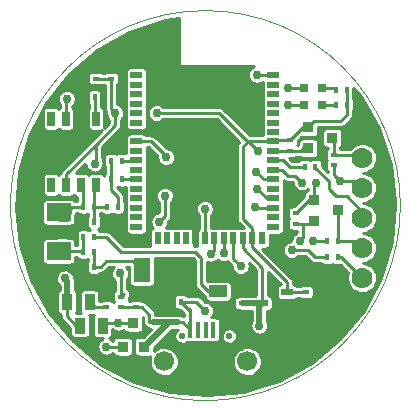
<source format=gtl>
G04 (created by PCBNEW (2013-07-07 BZR 4022)-stable) date 6/15/2015 10:21:50 PM*
%MOIN*%
G04 Gerber Fmt 3.4, Leading zero omitted, Abs format*
%FSLAX34Y34*%
G01*
G70*
G90*
G04 APERTURE LIST*
%ADD10C,0.00590551*%
%ADD11C,0.00393701*%
%ADD12R,0.036X0.036*%
%ADD13R,0.035X0.055*%
%ADD14R,0.0157X0.0236*%
%ADD15R,0.0236X0.0157*%
%ADD16R,0.0314X0.0314*%
%ADD17R,0.0393701X0.023622*%
%ADD18R,0.023622X0.0393701*%
%ADD19R,0.015748X0.0531496*%
%ADD20C,0.0669291*%
%ADD21C,0.0216535*%
%ADD22R,0.0590551X0.0393701*%
%ADD23R,0.053937X0.0846457*%
%ADD24R,0.0394X0.0236*%
%ADD25R,0.025X0.05*%
%ADD26C,0.07*%
%ADD27R,0.08X0.06*%
%ADD28C,0.03*%
%ADD29C,0.01*%
%ADD30C,0.02*%
G04 APERTURE END LIST*
G54D10*
G54D11*
X84500Y-52000D02*
G75*
G03X84500Y-52000I-6500J0D01*
G74*
G01*
G54D12*
X75950Y-56700D03*
X75250Y-56700D03*
X75600Y-55900D03*
G54D13*
X74575Y-56000D03*
X73825Y-56000D03*
X73395Y-55215D03*
X74145Y-55215D03*
G54D14*
X74291Y-53543D03*
X73937Y-53543D03*
G54D15*
X75194Y-55032D03*
X75194Y-55386D03*
G54D14*
X82353Y-48140D03*
X82707Y-48140D03*
X82363Y-48640D03*
X82717Y-48640D03*
G54D15*
X75698Y-55379D03*
X75698Y-55025D03*
X74700Y-55377D03*
X74700Y-55023D03*
G54D14*
X73937Y-53051D03*
X74291Y-53051D03*
G54D15*
X81354Y-54885D03*
X81354Y-55239D03*
G54D16*
X81875Y-48650D03*
X81285Y-48650D03*
X81875Y-48090D03*
X81285Y-48090D03*
G54D17*
X75702Y-46398D03*
X75702Y-46712D03*
X75702Y-47027D03*
X75702Y-47342D03*
X75702Y-47657D03*
X75702Y-47972D03*
X75702Y-48287D03*
X75702Y-48602D03*
X75702Y-48917D03*
X75702Y-49232D03*
X75702Y-49547D03*
X75702Y-49862D03*
X75702Y-50177D03*
X75702Y-50492D03*
X75702Y-50807D03*
X75702Y-51122D03*
X75702Y-51437D03*
X75702Y-51752D03*
X75702Y-52067D03*
X75702Y-52382D03*
X75702Y-52697D03*
G54D18*
X76095Y-53090D03*
X76410Y-53090D03*
X76725Y-53090D03*
X77040Y-53090D03*
X77355Y-53090D03*
X77670Y-53090D03*
X77985Y-53090D03*
X78300Y-53090D03*
X78615Y-53090D03*
X78930Y-53090D03*
X79245Y-53090D03*
X79560Y-53090D03*
X79875Y-53090D03*
G54D17*
X80268Y-52697D03*
X80268Y-52382D03*
X80268Y-52067D03*
X80268Y-51752D03*
X80268Y-51437D03*
X80268Y-51122D03*
X80268Y-50807D03*
X80268Y-50492D03*
X80268Y-50177D03*
X80268Y-49862D03*
X80268Y-49547D03*
X80268Y-49232D03*
X80268Y-48917D03*
X80268Y-48602D03*
X80268Y-48287D03*
X80268Y-47972D03*
X80268Y-47657D03*
G54D19*
X77500Y-56142D03*
X77756Y-56142D03*
X78012Y-56142D03*
X78267Y-56142D03*
X78523Y-56142D03*
G54D20*
X76624Y-57195D03*
X79399Y-57195D03*
G54D21*
X77224Y-56348D03*
X78799Y-56348D03*
G54D22*
X78430Y-54850D03*
X78430Y-54100D03*
G54D14*
X74291Y-54035D03*
X73937Y-54035D03*
G54D15*
X79210Y-55253D03*
X79210Y-55607D03*
G54D23*
X75885Y-54133D03*
X77263Y-54133D03*
G54D24*
X80726Y-55635D03*
X79894Y-55260D03*
X80726Y-54885D03*
G54D15*
X74350Y-47767D03*
X74350Y-47413D03*
G54D14*
X74307Y-48390D03*
X73953Y-48390D03*
G54D15*
X74850Y-47767D03*
X74850Y-47413D03*
G54D12*
X81620Y-52510D03*
X81620Y-51810D03*
X82420Y-52160D03*
X81430Y-50090D03*
X81430Y-49390D03*
X82230Y-49740D03*
G54D14*
X82063Y-53720D03*
X82417Y-53720D03*
X74287Y-52540D03*
X73933Y-52540D03*
X74724Y-52032D03*
X75078Y-52032D03*
X74287Y-52030D03*
X73933Y-52030D03*
G54D15*
X81010Y-52253D03*
X81010Y-52607D03*
X80810Y-49823D03*
X80810Y-50177D03*
G54D14*
X82063Y-53190D03*
X82417Y-53190D03*
G54D15*
X82280Y-50651D03*
X82280Y-50297D03*
G54D14*
X81313Y-50700D03*
X81667Y-50700D03*
X74856Y-50505D03*
X75210Y-50505D03*
X74856Y-51128D03*
X75210Y-51128D03*
X77177Y-55200D03*
X76823Y-55200D03*
G54D25*
X74362Y-49104D03*
X73862Y-49104D03*
X73362Y-49104D03*
X72862Y-49104D03*
X72862Y-51304D03*
X73362Y-51304D03*
X73862Y-51304D03*
X74362Y-51304D03*
G54D26*
X83226Y-49414D03*
X83226Y-50414D03*
X83226Y-51414D03*
X83226Y-52414D03*
X83226Y-53414D03*
X83226Y-54414D03*
G54D27*
X73115Y-52214D03*
X73115Y-53514D03*
G54D28*
X74305Y-50596D03*
X75000Y-48917D03*
X76377Y-48917D03*
X79760Y-50190D03*
X81680Y-51240D03*
X81585Y-53186D03*
X82485Y-51195D03*
X78000Y-55500D03*
X78617Y-53578D03*
X76699Y-50393D03*
X76650Y-51674D03*
X76470Y-52530D03*
X75159Y-54257D03*
X78183Y-53599D03*
X74700Y-56700D03*
X79702Y-50869D03*
X80879Y-53487D03*
X81225Y-56150D03*
X76890Y-48540D03*
X76910Y-48110D03*
X77445Y-48570D03*
X79650Y-52050D03*
X80770Y-48090D03*
X79730Y-51430D03*
X80770Y-48640D03*
X73380Y-48435D03*
X79724Y-47637D03*
X81162Y-53172D03*
X81210Y-51230D03*
X73326Y-54429D03*
X79800Y-56000D03*
X75100Y-55900D03*
X79180Y-54020D03*
X77980Y-52100D03*
G54D29*
X74343Y-50557D02*
X74305Y-50596D01*
X74343Y-49976D02*
X74343Y-50557D01*
X80726Y-54885D02*
X80726Y-54546D01*
X79560Y-53380D02*
X79560Y-53090D01*
X80726Y-54546D02*
X79560Y-53380D01*
X79560Y-53090D02*
X79560Y-52750D01*
X79250Y-52440D02*
X79250Y-51360D01*
X79560Y-52750D02*
X79250Y-52440D01*
X74350Y-47767D02*
X74850Y-47767D01*
X74850Y-47767D02*
X74850Y-48767D01*
X74850Y-48767D02*
X75000Y-48917D01*
X82717Y-48640D02*
X82717Y-48973D01*
X81630Y-49190D02*
X81430Y-49390D01*
X82500Y-49190D02*
X81630Y-49190D01*
X82717Y-48973D02*
X82500Y-49190D01*
X82707Y-48140D02*
X82707Y-48630D01*
X82707Y-48630D02*
X82717Y-48640D01*
X79427Y-49862D02*
X79402Y-49862D01*
X75000Y-49320D02*
X74343Y-49976D01*
X77230Y-48917D02*
X76377Y-48917D01*
X75000Y-48917D02*
X75000Y-49320D01*
X77550Y-48920D02*
X77230Y-48920D01*
X77230Y-48920D02*
X77230Y-48917D01*
X78460Y-48920D02*
X77550Y-48920D01*
X79402Y-49862D02*
X78460Y-48920D01*
X79250Y-51360D02*
X79250Y-50040D01*
X79250Y-50040D02*
X79427Y-49862D01*
X79760Y-50190D02*
X79432Y-49862D01*
X79432Y-49862D02*
X79427Y-49862D01*
X79427Y-49862D02*
X79412Y-49862D01*
X80268Y-49862D02*
X79412Y-49862D01*
X81354Y-54885D02*
X80726Y-54885D01*
X81620Y-51810D02*
X81620Y-51300D01*
X81620Y-51300D02*
X81680Y-51240D01*
X81620Y-51810D02*
X81453Y-51810D01*
X81453Y-51810D02*
X81010Y-52253D01*
X81430Y-49390D02*
X81243Y-49390D01*
X81243Y-49390D02*
X80810Y-49823D01*
X80810Y-49823D02*
X80308Y-49823D01*
X80308Y-49823D02*
X80268Y-49862D01*
X79250Y-51360D02*
X79250Y-51320D01*
X74343Y-49976D02*
X73362Y-50958D01*
X73362Y-50958D02*
X73362Y-51304D01*
X82485Y-51195D02*
X83007Y-51195D01*
X83007Y-51195D02*
X83226Y-51414D01*
X82280Y-50651D02*
X82280Y-50990D01*
X81589Y-53190D02*
X82063Y-53190D01*
X81585Y-53186D02*
X81589Y-53190D01*
X82280Y-50990D02*
X82485Y-51195D01*
X77453Y-55476D02*
X77177Y-55200D01*
X77500Y-55476D02*
X77453Y-55476D01*
X77177Y-55200D02*
X77700Y-55200D01*
X77700Y-55200D02*
X78000Y-55500D01*
X76134Y-55881D02*
X76134Y-55631D01*
X76241Y-55881D02*
X76134Y-55881D01*
G54D30*
X76900Y-55881D02*
X76241Y-55881D01*
G54D29*
X75882Y-55379D02*
X75698Y-55379D01*
X76134Y-55631D02*
X75882Y-55379D01*
X78615Y-53576D02*
X78615Y-53090D01*
X78617Y-53578D02*
X78615Y-53576D01*
X77500Y-56142D02*
X77500Y-55476D01*
X77500Y-55476D02*
X77500Y-55450D01*
G54D30*
X76064Y-56615D02*
X76798Y-55881D01*
X76798Y-55881D02*
X76900Y-55881D01*
X76060Y-56615D02*
X76064Y-56615D01*
G54D29*
X77099Y-55881D02*
X77239Y-55881D01*
G54D30*
X76900Y-55881D02*
X77099Y-55881D01*
G54D29*
X77239Y-55881D02*
X77500Y-56142D01*
X75950Y-56700D02*
X75835Y-56640D01*
X75835Y-56640D02*
X76060Y-56615D01*
X75698Y-55379D02*
X75201Y-55379D01*
X75201Y-55379D02*
X75194Y-55386D01*
X76710Y-50382D02*
X76710Y-50383D01*
X76670Y-51694D02*
X76650Y-51674D01*
X76670Y-52330D02*
X76670Y-51694D01*
X76470Y-52530D02*
X76670Y-52330D01*
X75194Y-54292D02*
X75159Y-54257D01*
X75194Y-55032D02*
X75194Y-54292D01*
X75702Y-49862D02*
X76192Y-49862D01*
X75292Y-54932D02*
X75194Y-55032D01*
X76710Y-50380D02*
X76192Y-49862D01*
X78300Y-53090D02*
X78300Y-53481D01*
X78300Y-53481D02*
X78183Y-53599D01*
X75250Y-56700D02*
X74700Y-56700D01*
X80268Y-51122D02*
X79955Y-51122D01*
X79955Y-51122D02*
X79702Y-50869D01*
X82063Y-53720D02*
X81638Y-53720D01*
X81405Y-53487D02*
X80879Y-53487D01*
X81638Y-53720D02*
X81405Y-53487D01*
X75702Y-47342D02*
X76322Y-47342D01*
X76890Y-48540D02*
X77415Y-48540D01*
X76905Y-48525D02*
X76890Y-48540D01*
X76322Y-47342D02*
X76910Y-48110D01*
X76910Y-48110D02*
X76905Y-48525D01*
X77415Y-48540D02*
X77445Y-48570D01*
X81285Y-48090D02*
X80770Y-48090D01*
X79667Y-52067D02*
X80268Y-52067D01*
X79650Y-52050D02*
X79667Y-52067D01*
X80052Y-51752D02*
X80268Y-51752D01*
X79730Y-51430D02*
X80052Y-51752D01*
X81285Y-48650D02*
X80780Y-48650D01*
X80780Y-48650D02*
X80770Y-48640D01*
X74307Y-48390D02*
X74307Y-49049D01*
X74307Y-49049D02*
X74362Y-49104D01*
X74287Y-52030D02*
X74287Y-52540D01*
X74287Y-52030D02*
X74722Y-52030D01*
X74722Y-52030D02*
X74724Y-52032D01*
X74287Y-52030D02*
X74287Y-51379D01*
X74287Y-51379D02*
X74362Y-51304D01*
X82363Y-48640D02*
X81885Y-48640D01*
X81885Y-48640D02*
X81875Y-48650D01*
X73933Y-52030D02*
X73299Y-52030D01*
X73299Y-52030D02*
X73115Y-52214D01*
X73933Y-52030D02*
X73933Y-51375D01*
X73933Y-51375D02*
X73862Y-51304D01*
X73115Y-52489D02*
X73426Y-52489D01*
X73426Y-52489D02*
X73536Y-52030D01*
X74291Y-53051D02*
X74704Y-53051D01*
X78078Y-54850D02*
X78430Y-54850D01*
X77854Y-54625D02*
X78078Y-54850D01*
X77854Y-53740D02*
X77854Y-54625D01*
X77657Y-53543D02*
X77854Y-53740D01*
X75196Y-53543D02*
X77657Y-53543D01*
X74704Y-53051D02*
X75196Y-53543D01*
X73115Y-53514D02*
X73907Y-53514D01*
X73907Y-53514D02*
X73937Y-53543D01*
X73115Y-53239D02*
X73294Y-53239D01*
X73294Y-53239D02*
X73410Y-53355D01*
X73937Y-53051D02*
X73937Y-53543D01*
X74291Y-54035D02*
X74507Y-54035D01*
X75590Y-53838D02*
X75885Y-54133D01*
X74704Y-53838D02*
X75590Y-53838D01*
X74507Y-54035D02*
X74704Y-53838D01*
X74291Y-53543D02*
X74291Y-54035D01*
X74856Y-51128D02*
X74856Y-51476D01*
X75078Y-51698D02*
X75078Y-52032D01*
X74856Y-51476D02*
X75078Y-51698D01*
X74856Y-51128D02*
X74849Y-50512D01*
X74849Y-50512D02*
X74856Y-50505D01*
X82360Y-51680D02*
X82710Y-51680D01*
X81667Y-50747D02*
X82110Y-51190D01*
X82110Y-51190D02*
X82110Y-51430D01*
X82110Y-51430D02*
X82360Y-51680D01*
X81667Y-50700D02*
X81667Y-50747D01*
X83226Y-52196D02*
X83226Y-52414D01*
X82710Y-51680D02*
X83226Y-52196D01*
X82280Y-50297D02*
X83109Y-50297D01*
X83109Y-50297D02*
X83226Y-50414D01*
X82280Y-50297D02*
X82280Y-49790D01*
X82280Y-49790D02*
X82230Y-49740D01*
X82417Y-53720D02*
X82532Y-53720D01*
X82532Y-53720D02*
X83226Y-54414D01*
X82449Y-53752D02*
X82417Y-53720D01*
X82417Y-53720D02*
X82417Y-53751D01*
X82417Y-53190D02*
X83002Y-53190D01*
X83002Y-53190D02*
X83226Y-53414D01*
X82441Y-53214D02*
X82417Y-53190D01*
X82420Y-52160D02*
X82420Y-53187D01*
X82420Y-53187D02*
X82417Y-53190D01*
X82417Y-53190D02*
X82452Y-53190D01*
X82420Y-53187D02*
X82417Y-53190D01*
X81875Y-48090D02*
X82303Y-48090D01*
X82303Y-48090D02*
X82353Y-48140D01*
X74700Y-55377D02*
X74307Y-55377D01*
X74307Y-55377D02*
X74145Y-55215D01*
X73380Y-48435D02*
X73362Y-48453D01*
X73362Y-48453D02*
X73362Y-49104D01*
X80268Y-47657D02*
X79744Y-47657D01*
X79744Y-47657D02*
X79724Y-47637D01*
X81430Y-50090D02*
X81260Y-50090D01*
X81173Y-50177D02*
X80810Y-50177D01*
X81260Y-50090D02*
X81173Y-50177D01*
X80810Y-50177D02*
X80269Y-50177D01*
X80269Y-50177D02*
X80268Y-50177D01*
X81313Y-50700D02*
X80807Y-50700D01*
X80599Y-50492D02*
X80268Y-50492D01*
X80807Y-50700D02*
X80599Y-50492D01*
X75210Y-50505D02*
X75689Y-50505D01*
X75689Y-50505D02*
X75702Y-50492D01*
X75210Y-51128D02*
X75700Y-51121D01*
X75700Y-51121D02*
X75702Y-51122D01*
X81248Y-53086D02*
X81248Y-52607D01*
X81162Y-53172D02*
X81248Y-53086D01*
X80547Y-50807D02*
X80268Y-50807D01*
X80760Y-51020D02*
X80547Y-50807D01*
X81000Y-51020D02*
X80760Y-51020D01*
X81210Y-51230D02*
X81000Y-51020D01*
X81010Y-52607D02*
X81248Y-52607D01*
X81248Y-52607D02*
X81523Y-52607D01*
X81523Y-52607D02*
X81620Y-52510D01*
G54D30*
X73326Y-54429D02*
X73395Y-54497D01*
X73395Y-54497D02*
X73395Y-55215D01*
G54D29*
X79894Y-55260D02*
X79894Y-54071D01*
X79245Y-53422D02*
X79245Y-53090D01*
X79894Y-54071D02*
X79245Y-53422D01*
G54D30*
X79800Y-55384D02*
X79800Y-56000D01*
X79892Y-55262D02*
X79800Y-55384D01*
X79894Y-55260D02*
X79218Y-55261D01*
G54D29*
X79245Y-55217D02*
X79210Y-55253D01*
G54D30*
X79218Y-55261D02*
X79210Y-55253D01*
G54D29*
X73825Y-56000D02*
X73700Y-56000D01*
X73395Y-55695D02*
X73395Y-55215D01*
X73700Y-56000D02*
X73395Y-55695D01*
X79180Y-54020D02*
X78930Y-53770D01*
X78930Y-53770D02*
X78930Y-53090D01*
X75100Y-55900D02*
X74675Y-55900D01*
X74675Y-55900D02*
X74575Y-56000D01*
X75600Y-55900D02*
X75100Y-55900D01*
X77985Y-52105D02*
X77980Y-52100D01*
X77985Y-52350D02*
X77985Y-52105D01*
X77985Y-52344D02*
X77985Y-52350D01*
X77985Y-52350D02*
X77985Y-52380D01*
X77985Y-52380D02*
X77985Y-53090D01*
G54D10*
G36*
X84330Y-51992D02*
X84208Y-53229D01*
X83851Y-54411D01*
X83271Y-55502D01*
X82491Y-56459D01*
X81539Y-57247D01*
X80452Y-57834D01*
X79884Y-58010D01*
X79884Y-57147D01*
X79866Y-57054D01*
X79829Y-56966D01*
X79777Y-56887D01*
X79710Y-56820D01*
X79631Y-56766D01*
X79543Y-56730D01*
X79450Y-56711D01*
X79355Y-56710D01*
X79262Y-56728D01*
X79174Y-56763D01*
X79094Y-56815D01*
X79057Y-56852D01*
X79057Y-56323D01*
X79047Y-56273D01*
X79028Y-56227D01*
X79000Y-56184D01*
X78964Y-56148D01*
X78922Y-56120D01*
X78875Y-56100D01*
X78826Y-56090D01*
X78775Y-56090D01*
X78725Y-56099D01*
X78678Y-56118D01*
X78636Y-56146D01*
X78600Y-56182D01*
X78571Y-56223D01*
X78551Y-56270D01*
X78541Y-56319D01*
X78540Y-56370D01*
X78549Y-56420D01*
X78568Y-56467D01*
X78595Y-56510D01*
X78630Y-56546D01*
X78672Y-56575D01*
X78718Y-56595D01*
X78768Y-56606D01*
X78818Y-56607D01*
X78868Y-56598D01*
X78916Y-56580D01*
X78958Y-56553D01*
X78995Y-56518D01*
X79024Y-56477D01*
X79045Y-56430D01*
X79056Y-56381D01*
X79057Y-56323D01*
X79057Y-56852D01*
X79026Y-56882D01*
X78973Y-56960D01*
X78935Y-57048D01*
X78915Y-57141D01*
X78914Y-57236D01*
X78931Y-57329D01*
X78966Y-57417D01*
X79018Y-57497D01*
X79084Y-57566D01*
X79162Y-57620D01*
X79249Y-57658D01*
X79342Y-57678D01*
X79437Y-57680D01*
X79530Y-57664D01*
X79619Y-57630D01*
X79699Y-57579D01*
X79768Y-57513D01*
X79823Y-57435D01*
X79861Y-57349D01*
X79882Y-57256D01*
X79884Y-57147D01*
X79884Y-58010D01*
X79272Y-58200D01*
X78044Y-58329D01*
X76813Y-58217D01*
X75628Y-57868D01*
X74534Y-57296D01*
X73571Y-56522D01*
X72777Y-55575D01*
X72182Y-54493D01*
X71808Y-53315D01*
X71671Y-52088D01*
X71774Y-50857D01*
X72114Y-49669D01*
X72679Y-48571D01*
X73446Y-47603D01*
X74387Y-46802D01*
X75465Y-46199D01*
X76640Y-45818D01*
X77115Y-45761D01*
X77115Y-47354D01*
X79610Y-47360D01*
X79584Y-47370D01*
X79535Y-47402D01*
X79493Y-47444D01*
X79460Y-47492D01*
X79437Y-47546D01*
X79424Y-47604D01*
X79424Y-47663D01*
X79434Y-47720D01*
X79456Y-47775D01*
X79488Y-47825D01*
X79529Y-47867D01*
X79577Y-47900D01*
X79631Y-47924D01*
X79688Y-47937D01*
X79747Y-47938D01*
X79805Y-47928D01*
X79860Y-47906D01*
X79910Y-47875D01*
X79922Y-47863D01*
X79921Y-47868D01*
X79922Y-48105D01*
X79926Y-48130D01*
X79922Y-48153D01*
X79921Y-48183D01*
X79922Y-48420D01*
X79926Y-48445D01*
X79922Y-48468D01*
X79921Y-48498D01*
X79922Y-48735D01*
X79926Y-48760D01*
X79922Y-48783D01*
X79921Y-48813D01*
X79922Y-49050D01*
X79926Y-49075D01*
X79922Y-49098D01*
X79921Y-49128D01*
X79922Y-49365D01*
X79926Y-49390D01*
X79922Y-49413D01*
X79921Y-49443D01*
X79922Y-49662D01*
X79485Y-49662D01*
X78601Y-48778D01*
X78587Y-48766D01*
X78572Y-48754D01*
X78572Y-48754D01*
X78571Y-48753D01*
X78554Y-48745D01*
X78538Y-48736D01*
X78537Y-48735D01*
X78536Y-48735D01*
X78519Y-48729D01*
X78501Y-48724D01*
X78500Y-48724D01*
X78499Y-48723D01*
X78481Y-48722D01*
X78462Y-48720D01*
X78460Y-48720D01*
X78460Y-48720D01*
X78460Y-48720D01*
X78460Y-48720D01*
X77550Y-48720D01*
X77256Y-48720D01*
X77251Y-48719D01*
X77232Y-48717D01*
X77231Y-48717D01*
X77231Y-48717D01*
X77231Y-48717D01*
X77230Y-48717D01*
X76602Y-48717D01*
X76570Y-48685D01*
X76521Y-48652D01*
X76467Y-48629D01*
X76409Y-48617D01*
X76350Y-48617D01*
X76292Y-48628D01*
X76238Y-48650D01*
X76189Y-48682D01*
X76147Y-48723D01*
X76113Y-48772D01*
X76090Y-48826D01*
X76078Y-48883D01*
X76077Y-48942D01*
X76088Y-49000D01*
X76109Y-49055D01*
X76141Y-49104D01*
X76182Y-49146D01*
X76230Y-49180D01*
X76284Y-49204D01*
X76342Y-49216D01*
X76401Y-49217D01*
X76459Y-49207D01*
X76513Y-49186D01*
X76563Y-49154D01*
X76602Y-49117D01*
X77203Y-49117D01*
X77208Y-49117D01*
X77227Y-49119D01*
X77228Y-49119D01*
X77228Y-49119D01*
X77228Y-49119D01*
X77230Y-49120D01*
X77550Y-49120D01*
X78377Y-49120D01*
X79132Y-49875D01*
X79108Y-49898D01*
X79096Y-49912D01*
X79084Y-49927D01*
X79084Y-49927D01*
X79083Y-49928D01*
X79075Y-49945D01*
X79066Y-49961D01*
X79065Y-49962D01*
X79065Y-49963D01*
X79059Y-49980D01*
X79054Y-49998D01*
X79054Y-49999D01*
X79053Y-50000D01*
X79052Y-50018D01*
X79050Y-50037D01*
X79050Y-50039D01*
X79050Y-50039D01*
X79050Y-50039D01*
X79050Y-50040D01*
X79050Y-51320D01*
X79050Y-51360D01*
X79050Y-52440D01*
X79051Y-52458D01*
X79053Y-52476D01*
X79053Y-52477D01*
X79053Y-52478D01*
X79059Y-52496D01*
X79064Y-52514D01*
X79064Y-52515D01*
X79065Y-52516D01*
X79073Y-52532D01*
X79082Y-52548D01*
X79082Y-52549D01*
X79083Y-52550D01*
X79095Y-52565D01*
X79106Y-52579D01*
X79108Y-52580D01*
X79108Y-52580D01*
X79108Y-52580D01*
X79108Y-52581D01*
X79271Y-52743D01*
X79112Y-52744D01*
X79087Y-52748D01*
X79064Y-52744D01*
X79034Y-52743D01*
X78797Y-52744D01*
X78772Y-52748D01*
X78749Y-52744D01*
X78719Y-52743D01*
X78482Y-52744D01*
X78457Y-52748D01*
X78434Y-52744D01*
X78404Y-52743D01*
X78185Y-52744D01*
X78185Y-52380D01*
X78185Y-52350D01*
X78185Y-52344D01*
X78185Y-52318D01*
X78208Y-52296D01*
X78242Y-52248D01*
X78266Y-52195D01*
X78279Y-52137D01*
X78280Y-52070D01*
X78268Y-52012D01*
X78246Y-51958D01*
X78213Y-51909D01*
X78172Y-51867D01*
X78123Y-51834D01*
X78069Y-51812D01*
X78011Y-51800D01*
X77952Y-51799D01*
X77894Y-51810D01*
X77840Y-51832D01*
X77791Y-51865D01*
X77749Y-51906D01*
X77715Y-51954D01*
X77692Y-52008D01*
X77680Y-52066D01*
X77679Y-52125D01*
X77690Y-52183D01*
X77711Y-52237D01*
X77743Y-52287D01*
X77784Y-52329D01*
X77785Y-52330D01*
X77785Y-52344D01*
X77785Y-52350D01*
X77785Y-52380D01*
X77785Y-52768D01*
X77772Y-52777D01*
X77751Y-52797D01*
X77734Y-52822D01*
X77723Y-52849D01*
X77717Y-52878D01*
X77717Y-52907D01*
X77717Y-53302D01*
X77723Y-53331D01*
X77734Y-53358D01*
X77734Y-53358D01*
X77734Y-53358D01*
X77716Y-53353D01*
X77699Y-53347D01*
X77698Y-53347D01*
X77697Y-53347D01*
X77678Y-53345D01*
X77660Y-53343D01*
X77658Y-53343D01*
X77658Y-53343D01*
X77658Y-53343D01*
X77657Y-53343D01*
X77613Y-53343D01*
X77617Y-53332D01*
X77623Y-53303D01*
X77623Y-53274D01*
X77623Y-52879D01*
X77617Y-52850D01*
X77606Y-52823D01*
X77590Y-52798D01*
X77569Y-52777D01*
X77545Y-52761D01*
X77518Y-52750D01*
X77489Y-52744D01*
X77459Y-52743D01*
X77222Y-52744D01*
X77197Y-52748D01*
X77174Y-52744D01*
X77145Y-52743D01*
X76907Y-52744D01*
X76882Y-52748D01*
X76859Y-52744D01*
X76830Y-52743D01*
X76680Y-52744D01*
X76698Y-52726D01*
X76732Y-52678D01*
X76756Y-52625D01*
X76769Y-52567D01*
X76769Y-52513D01*
X76811Y-52471D01*
X76823Y-52457D01*
X76835Y-52442D01*
X76835Y-52442D01*
X76836Y-52441D01*
X76844Y-52424D01*
X76853Y-52408D01*
X76854Y-52407D01*
X76854Y-52406D01*
X76860Y-52389D01*
X76865Y-52371D01*
X76865Y-52370D01*
X76866Y-52369D01*
X76867Y-52351D01*
X76869Y-52332D01*
X76869Y-52330D01*
X76869Y-52330D01*
X76869Y-52330D01*
X76870Y-52330D01*
X76870Y-51878D01*
X76878Y-51870D01*
X76912Y-51822D01*
X76936Y-51769D01*
X76949Y-51711D01*
X76950Y-51644D01*
X76938Y-51586D01*
X76916Y-51532D01*
X76883Y-51483D01*
X76842Y-51441D01*
X76793Y-51408D01*
X76739Y-51386D01*
X76681Y-51374D01*
X76622Y-51373D01*
X76564Y-51384D01*
X76510Y-51406D01*
X76461Y-51439D01*
X76419Y-51480D01*
X76385Y-51528D01*
X76362Y-51582D01*
X76350Y-51640D01*
X76349Y-51699D01*
X76360Y-51757D01*
X76381Y-51811D01*
X76413Y-51861D01*
X76454Y-51903D01*
X76470Y-51914D01*
X76470Y-52229D01*
X76442Y-52229D01*
X76384Y-52240D01*
X76330Y-52262D01*
X76281Y-52295D01*
X76239Y-52336D01*
X76205Y-52384D01*
X76182Y-52438D01*
X76170Y-52496D01*
X76169Y-52555D01*
X76180Y-52613D01*
X76201Y-52667D01*
X76233Y-52717D01*
X76262Y-52747D01*
X76248Y-52749D01*
X76221Y-52760D01*
X76197Y-52777D01*
X76176Y-52797D01*
X76159Y-52822D01*
X76148Y-52849D01*
X76142Y-52878D01*
X76142Y-52907D01*
X76142Y-53302D01*
X76148Y-53331D01*
X76153Y-53343D01*
X75279Y-53343D01*
X74846Y-52909D01*
X74831Y-52898D01*
X74817Y-52886D01*
X74816Y-52885D01*
X74815Y-52884D01*
X74799Y-52876D01*
X74783Y-52867D01*
X74782Y-52867D01*
X74781Y-52866D01*
X74763Y-52861D01*
X74746Y-52855D01*
X74745Y-52855D01*
X74744Y-52855D01*
X74725Y-52853D01*
X74707Y-52851D01*
X74705Y-52851D01*
X74705Y-52851D01*
X74705Y-52851D01*
X74704Y-52851D01*
X74495Y-52851D01*
X74486Y-52837D01*
X74465Y-52817D01*
X74441Y-52800D01*
X74427Y-52794D01*
X74436Y-52791D01*
X74460Y-52774D01*
X74481Y-52754D01*
X74498Y-52729D01*
X74509Y-52702D01*
X74515Y-52673D01*
X74515Y-52644D01*
X74515Y-52407D01*
X74509Y-52378D01*
X74498Y-52351D01*
X74487Y-52333D01*
X74487Y-52236D01*
X74491Y-52230D01*
X74518Y-52230D01*
X74528Y-52245D01*
X74549Y-52266D01*
X74573Y-52282D01*
X74600Y-52293D01*
X74629Y-52299D01*
X74659Y-52300D01*
X74817Y-52300D01*
X74846Y-52294D01*
X74873Y-52283D01*
X74897Y-52266D01*
X74900Y-52263D01*
X74903Y-52266D01*
X74927Y-52282D01*
X74954Y-52293D01*
X74983Y-52299D01*
X75013Y-52300D01*
X75171Y-52300D01*
X75200Y-52294D01*
X75227Y-52283D01*
X75251Y-52266D01*
X75272Y-52246D01*
X75289Y-52221D01*
X75300Y-52194D01*
X75306Y-52165D01*
X75306Y-52136D01*
X75306Y-51899D01*
X75300Y-51870D01*
X75289Y-51843D01*
X75278Y-51825D01*
X75278Y-51698D01*
X75276Y-51679D01*
X75274Y-51661D01*
X75274Y-51660D01*
X75274Y-51659D01*
X75268Y-51641D01*
X75263Y-51623D01*
X75263Y-51622D01*
X75262Y-51621D01*
X75254Y-51605D01*
X75245Y-51589D01*
X75245Y-51588D01*
X75244Y-51587D01*
X75232Y-51572D01*
X75221Y-51558D01*
X75219Y-51557D01*
X75219Y-51557D01*
X75219Y-51557D01*
X75219Y-51556D01*
X75056Y-51393D01*
X75056Y-51376D01*
X75059Y-51378D01*
X75086Y-51389D01*
X75115Y-51395D01*
X75145Y-51396D01*
X75303Y-51396D01*
X75332Y-51390D01*
X75355Y-51380D01*
X75355Y-51570D01*
X75360Y-51595D01*
X75355Y-51618D01*
X75355Y-51647D01*
X75355Y-51885D01*
X75360Y-51909D01*
X75355Y-51933D01*
X75355Y-51962D01*
X75355Y-52200D01*
X75360Y-52224D01*
X75355Y-52248D01*
X75355Y-52277D01*
X75355Y-52515D01*
X75360Y-52539D01*
X75355Y-52563D01*
X75355Y-52592D01*
X75355Y-52830D01*
X75360Y-52858D01*
X75372Y-52886D01*
X75388Y-52910D01*
X75409Y-52931D01*
X75433Y-52947D01*
X75460Y-52959D01*
X75489Y-52965D01*
X75518Y-52965D01*
X75913Y-52965D01*
X75942Y-52959D01*
X75969Y-52948D01*
X75994Y-52932D01*
X76014Y-52911D01*
X76031Y-52887D01*
X76042Y-52859D01*
X76048Y-52831D01*
X76048Y-52801D01*
X76048Y-52564D01*
X76043Y-52539D01*
X76048Y-52516D01*
X76048Y-52486D01*
X76048Y-52249D01*
X76043Y-52224D01*
X76048Y-52201D01*
X76048Y-52171D01*
X76048Y-51934D01*
X76043Y-51909D01*
X76048Y-51886D01*
X76048Y-51856D01*
X76048Y-51619D01*
X76043Y-51594D01*
X76048Y-51571D01*
X76048Y-51541D01*
X76048Y-51304D01*
X76043Y-51279D01*
X76048Y-51256D01*
X76048Y-51226D01*
X76048Y-50989D01*
X76043Y-50964D01*
X76048Y-50941D01*
X76048Y-50911D01*
X76048Y-50674D01*
X76043Y-50649D01*
X76048Y-50626D01*
X76048Y-50596D01*
X76048Y-50359D01*
X76043Y-50334D01*
X76048Y-50311D01*
X76048Y-50281D01*
X76048Y-50062D01*
X76109Y-50062D01*
X76400Y-50353D01*
X76399Y-50359D01*
X76398Y-50418D01*
X76409Y-50476D01*
X76430Y-50530D01*
X76462Y-50580D01*
X76503Y-50622D01*
X76551Y-50656D01*
X76605Y-50679D01*
X76663Y-50692D01*
X76722Y-50693D01*
X76780Y-50683D01*
X76834Y-50662D01*
X76884Y-50630D01*
X76927Y-50589D01*
X76961Y-50541D01*
X76985Y-50488D01*
X76998Y-50430D01*
X76999Y-50363D01*
X76987Y-50305D01*
X76965Y-50251D01*
X76932Y-50202D01*
X76891Y-50160D01*
X76842Y-50127D01*
X76788Y-50105D01*
X76730Y-50093D01*
X76705Y-50093D01*
X76333Y-49721D01*
X76319Y-49709D01*
X76305Y-49697D01*
X76304Y-49697D01*
X76303Y-49696D01*
X76287Y-49687D01*
X76271Y-49678D01*
X76270Y-49678D01*
X76269Y-49677D01*
X76251Y-49672D01*
X76234Y-49666D01*
X76233Y-49666D01*
X76232Y-49666D01*
X76213Y-49664D01*
X76195Y-49662D01*
X76193Y-49662D01*
X76193Y-49662D01*
X76193Y-49662D01*
X76192Y-49662D01*
X76048Y-49662D01*
X76048Y-49337D01*
X76048Y-49099D01*
X76043Y-49074D01*
X76048Y-49051D01*
X76048Y-49022D01*
X76048Y-48784D01*
X76043Y-48760D01*
X76048Y-48736D01*
X76048Y-48707D01*
X76048Y-48469D01*
X76043Y-48445D01*
X76048Y-48421D01*
X76048Y-48392D01*
X76048Y-48154D01*
X76043Y-48130D01*
X76048Y-48106D01*
X76048Y-48077D01*
X76048Y-47839D01*
X76043Y-47815D01*
X76048Y-47791D01*
X76048Y-47762D01*
X76048Y-47525D01*
X76043Y-47496D01*
X76031Y-47468D01*
X76015Y-47444D01*
X75994Y-47423D01*
X75970Y-47407D01*
X75943Y-47395D01*
X75914Y-47389D01*
X75885Y-47389D01*
X75490Y-47389D01*
X75461Y-47395D01*
X75434Y-47406D01*
X75409Y-47422D01*
X75389Y-47443D01*
X75372Y-47468D01*
X75361Y-47495D01*
X75355Y-47523D01*
X75355Y-47553D01*
X75355Y-47790D01*
X75360Y-47815D01*
X75355Y-47838D01*
X75355Y-47868D01*
X75355Y-48105D01*
X75360Y-48130D01*
X75355Y-48153D01*
X75355Y-48183D01*
X75355Y-48420D01*
X75360Y-48445D01*
X75355Y-48468D01*
X75355Y-48498D01*
X75355Y-48735D01*
X75360Y-48760D01*
X75355Y-48783D01*
X75355Y-48813D01*
X75355Y-49050D01*
X75360Y-49075D01*
X75355Y-49098D01*
X75355Y-49128D01*
X75355Y-49365D01*
X75360Y-49394D01*
X75372Y-49421D01*
X75388Y-49446D01*
X75409Y-49466D01*
X75433Y-49483D01*
X75460Y-49494D01*
X75489Y-49500D01*
X75518Y-49500D01*
X75913Y-49500D01*
X75942Y-49495D01*
X75969Y-49483D01*
X75994Y-49467D01*
X76014Y-49446D01*
X76031Y-49422D01*
X76042Y-49395D01*
X76048Y-49366D01*
X76048Y-49337D01*
X76048Y-49662D01*
X76024Y-49662D01*
X76015Y-49649D01*
X75994Y-49628D01*
X75970Y-49611D01*
X75943Y-49600D01*
X75914Y-49594D01*
X75885Y-49594D01*
X75490Y-49594D01*
X75461Y-49600D01*
X75434Y-49611D01*
X75409Y-49627D01*
X75389Y-49648D01*
X75372Y-49672D01*
X75361Y-49699D01*
X75355Y-49728D01*
X75355Y-49758D01*
X75355Y-49995D01*
X75360Y-50020D01*
X75355Y-50043D01*
X75355Y-50073D01*
X75355Y-50252D01*
X75333Y-50243D01*
X75304Y-50237D01*
X75274Y-50236D01*
X75116Y-50236D01*
X75087Y-50242D01*
X75060Y-50253D01*
X75036Y-50270D01*
X75033Y-50273D01*
X75030Y-50270D01*
X75006Y-50254D01*
X74979Y-50243D01*
X74950Y-50237D01*
X74920Y-50236D01*
X74762Y-50236D01*
X74733Y-50242D01*
X74706Y-50253D01*
X74682Y-50270D01*
X74661Y-50290D01*
X74644Y-50315D01*
X74633Y-50342D01*
X74627Y-50371D01*
X74627Y-50400D01*
X74627Y-50637D01*
X74633Y-50666D01*
X74644Y-50693D01*
X74651Y-50704D01*
X74654Y-50924D01*
X74644Y-50938D01*
X74633Y-50965D01*
X74627Y-50994D01*
X74627Y-51001D01*
X74620Y-50983D01*
X74603Y-50958D01*
X74583Y-50937D01*
X74558Y-50921D01*
X74531Y-50910D01*
X74502Y-50904D01*
X74473Y-50903D01*
X74222Y-50903D01*
X74193Y-50909D01*
X74166Y-50920D01*
X74141Y-50937D01*
X74120Y-50957D01*
X74111Y-50971D01*
X74103Y-50958D01*
X74083Y-50937D01*
X74058Y-50921D01*
X74031Y-50910D01*
X74002Y-50904D01*
X73973Y-50903D01*
X73722Y-50903D01*
X73693Y-50909D01*
X73692Y-50909D01*
X74004Y-50597D01*
X74004Y-50621D01*
X74015Y-50679D01*
X74036Y-50733D01*
X74068Y-50783D01*
X74109Y-50825D01*
X74157Y-50859D01*
X74211Y-50882D01*
X74269Y-50895D01*
X74328Y-50896D01*
X74386Y-50886D01*
X74440Y-50865D01*
X74490Y-50833D01*
X74533Y-50792D01*
X74567Y-50744D01*
X74591Y-50691D01*
X74604Y-50633D01*
X74605Y-50566D01*
X74593Y-50508D01*
X74571Y-50454D01*
X74543Y-50412D01*
X74543Y-50059D01*
X75141Y-49461D01*
X75153Y-49447D01*
X75165Y-49432D01*
X75165Y-49432D01*
X75166Y-49431D01*
X75174Y-49414D01*
X75183Y-49398D01*
X75184Y-49397D01*
X75184Y-49396D01*
X75190Y-49379D01*
X75195Y-49361D01*
X75195Y-49360D01*
X75196Y-49359D01*
X75197Y-49341D01*
X75199Y-49322D01*
X75199Y-49320D01*
X75199Y-49320D01*
X75199Y-49320D01*
X75200Y-49320D01*
X75200Y-49141D01*
X75228Y-49114D01*
X75262Y-49066D01*
X75286Y-49012D01*
X75299Y-48955D01*
X75300Y-48887D01*
X75288Y-48830D01*
X75266Y-48775D01*
X75233Y-48726D01*
X75192Y-48685D01*
X75143Y-48652D01*
X75089Y-48629D01*
X75050Y-48621D01*
X75050Y-47971D01*
X75063Y-47962D01*
X75084Y-47941D01*
X75100Y-47917D01*
X75111Y-47890D01*
X75117Y-47861D01*
X75118Y-47831D01*
X75118Y-47673D01*
X75112Y-47644D01*
X75101Y-47617D01*
X75084Y-47593D01*
X75064Y-47572D01*
X75039Y-47555D01*
X75012Y-47544D01*
X74983Y-47538D01*
X74954Y-47538D01*
X74717Y-47538D01*
X74688Y-47544D01*
X74661Y-47555D01*
X74643Y-47567D01*
X74556Y-47567D01*
X74539Y-47555D01*
X74512Y-47544D01*
X74483Y-47538D01*
X74454Y-47538D01*
X74217Y-47538D01*
X74188Y-47544D01*
X74161Y-47555D01*
X74136Y-47571D01*
X74115Y-47592D01*
X74099Y-47616D01*
X74088Y-47643D01*
X74082Y-47672D01*
X74081Y-47702D01*
X74081Y-47860D01*
X74087Y-47889D01*
X74098Y-47916D01*
X74115Y-47940D01*
X74135Y-47961D01*
X74160Y-47978D01*
X74187Y-47989D01*
X74216Y-47995D01*
X74245Y-47995D01*
X74482Y-47995D01*
X74511Y-47989D01*
X74538Y-47978D01*
X74556Y-47967D01*
X74643Y-47967D01*
X74650Y-47971D01*
X74650Y-48767D01*
X74651Y-48785D01*
X74653Y-48804D01*
X74653Y-48805D01*
X74653Y-48806D01*
X74659Y-48823D01*
X74664Y-48841D01*
X74664Y-48842D01*
X74665Y-48843D01*
X74673Y-48859D01*
X74682Y-48876D01*
X74682Y-48877D01*
X74683Y-48878D01*
X74695Y-48892D01*
X74700Y-48898D01*
X74699Y-48942D01*
X74710Y-49000D01*
X74731Y-49055D01*
X74763Y-49104D01*
X74800Y-49142D01*
X74800Y-49237D01*
X74625Y-49411D01*
X74630Y-49398D01*
X74636Y-49369D01*
X74637Y-49340D01*
X74637Y-48839D01*
X74631Y-48810D01*
X74620Y-48783D01*
X74603Y-48758D01*
X74583Y-48737D01*
X74558Y-48721D01*
X74531Y-48710D01*
X74507Y-48704D01*
X74507Y-48596D01*
X74518Y-48579D01*
X74529Y-48552D01*
X74535Y-48523D01*
X74535Y-48494D01*
X74535Y-48257D01*
X74529Y-48228D01*
X74518Y-48201D01*
X74502Y-48176D01*
X74481Y-48155D01*
X74457Y-48139D01*
X74430Y-48128D01*
X74401Y-48122D01*
X74371Y-48121D01*
X74213Y-48121D01*
X74184Y-48127D01*
X74157Y-48138D01*
X74133Y-48155D01*
X74112Y-48175D01*
X74095Y-48200D01*
X74084Y-48227D01*
X74078Y-48256D01*
X74078Y-48285D01*
X74078Y-48522D01*
X74084Y-48551D01*
X74095Y-48578D01*
X74107Y-48596D01*
X74107Y-48778D01*
X74104Y-48782D01*
X74093Y-48809D01*
X74087Y-48838D01*
X74086Y-48867D01*
X74086Y-49368D01*
X74092Y-49397D01*
X74103Y-49424D01*
X74120Y-49449D01*
X74140Y-49470D01*
X74165Y-49486D01*
X74192Y-49497D01*
X74221Y-49503D01*
X74250Y-49504D01*
X74501Y-49504D01*
X74530Y-49498D01*
X74544Y-49492D01*
X74202Y-49835D01*
X74202Y-49835D01*
X73680Y-50357D01*
X73680Y-48405D01*
X73668Y-48347D01*
X73646Y-48293D01*
X73613Y-48244D01*
X73572Y-48202D01*
X73523Y-48169D01*
X73469Y-48147D01*
X73411Y-48135D01*
X73352Y-48134D01*
X73294Y-48145D01*
X73240Y-48167D01*
X73191Y-48200D01*
X73149Y-48241D01*
X73115Y-48289D01*
X73092Y-48343D01*
X73080Y-48401D01*
X73079Y-48460D01*
X73090Y-48518D01*
X73111Y-48572D01*
X73143Y-48622D01*
X73162Y-48641D01*
X73162Y-48723D01*
X73141Y-48737D01*
X73120Y-48757D01*
X73111Y-48771D01*
X73103Y-48758D01*
X73083Y-48737D01*
X73058Y-48721D01*
X73031Y-48710D01*
X73002Y-48704D01*
X72973Y-48703D01*
X72722Y-48703D01*
X72693Y-48709D01*
X72666Y-48720D01*
X72641Y-48737D01*
X72620Y-48757D01*
X72604Y-48782D01*
X72593Y-48809D01*
X72587Y-48838D01*
X72586Y-48867D01*
X72586Y-49368D01*
X72592Y-49397D01*
X72603Y-49424D01*
X72620Y-49449D01*
X72640Y-49470D01*
X72665Y-49486D01*
X72692Y-49497D01*
X72721Y-49503D01*
X72750Y-49504D01*
X73001Y-49504D01*
X73030Y-49498D01*
X73057Y-49487D01*
X73082Y-49470D01*
X73103Y-49450D01*
X73112Y-49436D01*
X73120Y-49449D01*
X73140Y-49470D01*
X73165Y-49486D01*
X73192Y-49497D01*
X73221Y-49503D01*
X73250Y-49504D01*
X73501Y-49504D01*
X73530Y-49498D01*
X73557Y-49487D01*
X73582Y-49470D01*
X73603Y-49450D01*
X73619Y-49425D01*
X73630Y-49398D01*
X73636Y-49369D01*
X73637Y-49340D01*
X73637Y-48839D01*
X73631Y-48810D01*
X73620Y-48783D01*
X73603Y-48758D01*
X73583Y-48737D01*
X73562Y-48723D01*
X73562Y-48674D01*
X73565Y-48672D01*
X73608Y-48631D01*
X73642Y-48583D01*
X73666Y-48530D01*
X73679Y-48472D01*
X73680Y-48405D01*
X73680Y-50357D01*
X73220Y-50816D01*
X73208Y-50830D01*
X73196Y-50845D01*
X73196Y-50845D01*
X73195Y-50846D01*
X73187Y-50863D01*
X73178Y-50879D01*
X73177Y-50880D01*
X73177Y-50881D01*
X73171Y-50898D01*
X73166Y-50916D01*
X73166Y-50917D01*
X73165Y-50918D01*
X73165Y-50921D01*
X73141Y-50937D01*
X73120Y-50957D01*
X73111Y-50971D01*
X73103Y-50958D01*
X73083Y-50937D01*
X73058Y-50921D01*
X73031Y-50910D01*
X73002Y-50904D01*
X72973Y-50903D01*
X72722Y-50903D01*
X72693Y-50909D01*
X72666Y-50920D01*
X72641Y-50937D01*
X72620Y-50957D01*
X72604Y-50982D01*
X72593Y-51009D01*
X72587Y-51038D01*
X72586Y-51067D01*
X72586Y-51568D01*
X72592Y-51597D01*
X72603Y-51624D01*
X72620Y-51649D01*
X72640Y-51670D01*
X72665Y-51686D01*
X72692Y-51697D01*
X72721Y-51703D01*
X72750Y-51704D01*
X73001Y-51704D01*
X73030Y-51698D01*
X73057Y-51687D01*
X73082Y-51670D01*
X73103Y-51650D01*
X73112Y-51636D01*
X73120Y-51649D01*
X73140Y-51670D01*
X73165Y-51686D01*
X73192Y-51697D01*
X73221Y-51703D01*
X73250Y-51704D01*
X73501Y-51704D01*
X73530Y-51698D01*
X73557Y-51687D01*
X73582Y-51670D01*
X73603Y-51650D01*
X73612Y-51636D01*
X73620Y-51649D01*
X73640Y-51670D01*
X73665Y-51686D01*
X73692Y-51697D01*
X73721Y-51703D01*
X73733Y-51703D01*
X73733Y-51823D01*
X73728Y-51830D01*
X73639Y-51830D01*
X73631Y-51818D01*
X73611Y-51797D01*
X73586Y-51781D01*
X73559Y-51770D01*
X73530Y-51764D01*
X73501Y-51763D01*
X72700Y-51763D01*
X72671Y-51769D01*
X72644Y-51780D01*
X72619Y-51797D01*
X72598Y-51817D01*
X72582Y-51842D01*
X72571Y-51869D01*
X72565Y-51898D01*
X72564Y-51927D01*
X72564Y-52528D01*
X72570Y-52557D01*
X72581Y-52584D01*
X72598Y-52609D01*
X72618Y-52630D01*
X72643Y-52646D01*
X72670Y-52657D01*
X72699Y-52663D01*
X72728Y-52664D01*
X73020Y-52664D01*
X73036Y-52672D01*
X73073Y-52684D01*
X73112Y-52688D01*
X73115Y-52689D01*
X73426Y-52689D01*
X73440Y-52687D01*
X73455Y-52686D01*
X73460Y-52685D01*
X73464Y-52685D01*
X73479Y-52680D01*
X73493Y-52677D01*
X73497Y-52675D01*
X73502Y-52673D01*
X73515Y-52666D01*
X73521Y-52664D01*
X73529Y-52664D01*
X73558Y-52658D01*
X73585Y-52647D01*
X73610Y-52630D01*
X73631Y-52610D01*
X73647Y-52585D01*
X73658Y-52558D01*
X73664Y-52529D01*
X73665Y-52500D01*
X73665Y-52349D01*
X73693Y-52230D01*
X73728Y-52230D01*
X73737Y-52243D01*
X73758Y-52264D01*
X73782Y-52280D01*
X73809Y-52291D01*
X73838Y-52297D01*
X73868Y-52298D01*
X74026Y-52298D01*
X74055Y-52292D01*
X74082Y-52281D01*
X74087Y-52277D01*
X74087Y-52333D01*
X74075Y-52350D01*
X74064Y-52377D01*
X74058Y-52406D01*
X74058Y-52435D01*
X74058Y-52672D01*
X74064Y-52701D01*
X74075Y-52728D01*
X74091Y-52753D01*
X74112Y-52774D01*
X74136Y-52790D01*
X74150Y-52796D01*
X74141Y-52800D01*
X74117Y-52816D01*
X74114Y-52819D01*
X74111Y-52817D01*
X74087Y-52800D01*
X74060Y-52789D01*
X74031Y-52783D01*
X74002Y-52783D01*
X73843Y-52783D01*
X73815Y-52788D01*
X73787Y-52800D01*
X73763Y-52816D01*
X73742Y-52837D01*
X73726Y-52861D01*
X73714Y-52888D01*
X73708Y-52917D01*
X73708Y-52946D01*
X73708Y-53183D01*
X73714Y-53212D01*
X73725Y-53239D01*
X73737Y-53257D01*
X73737Y-53314D01*
X73665Y-53314D01*
X73665Y-53199D01*
X73659Y-53170D01*
X73648Y-53143D01*
X73631Y-53118D01*
X73611Y-53097D01*
X73586Y-53081D01*
X73559Y-53070D01*
X73530Y-53064D01*
X73501Y-53063D01*
X73388Y-53063D01*
X73372Y-53055D01*
X73371Y-53054D01*
X73370Y-53054D01*
X73353Y-53048D01*
X73335Y-53043D01*
X73334Y-53043D01*
X73333Y-53042D01*
X73315Y-53041D01*
X73296Y-53039D01*
X73294Y-53039D01*
X73294Y-53039D01*
X73294Y-53039D01*
X73294Y-53039D01*
X73115Y-53039D01*
X73076Y-53042D01*
X73038Y-53054D01*
X73020Y-53063D01*
X72700Y-53063D01*
X72671Y-53069D01*
X72644Y-53080D01*
X72619Y-53097D01*
X72598Y-53117D01*
X72582Y-53142D01*
X72571Y-53169D01*
X72565Y-53198D01*
X72564Y-53227D01*
X72564Y-53828D01*
X72570Y-53857D01*
X72581Y-53884D01*
X72598Y-53909D01*
X72618Y-53930D01*
X72643Y-53946D01*
X72670Y-53957D01*
X72699Y-53963D01*
X72728Y-53964D01*
X73529Y-53964D01*
X73558Y-53958D01*
X73585Y-53947D01*
X73610Y-53930D01*
X73631Y-53910D01*
X73647Y-53885D01*
X73658Y-53858D01*
X73664Y-53829D01*
X73665Y-53800D01*
X73665Y-53714D01*
X73718Y-53714D01*
X73725Y-53732D01*
X73741Y-53756D01*
X73762Y-53777D01*
X73786Y-53793D01*
X73814Y-53805D01*
X73842Y-53811D01*
X73872Y-53811D01*
X74030Y-53811D01*
X74059Y-53805D01*
X74086Y-53794D01*
X74091Y-53791D01*
X74091Y-53829D01*
X74080Y-53845D01*
X74068Y-53872D01*
X74062Y-53901D01*
X74062Y-53931D01*
X74062Y-54168D01*
X74068Y-54196D01*
X74079Y-54224D01*
X74095Y-54248D01*
X74116Y-54269D01*
X74140Y-54286D01*
X74168Y-54297D01*
X74196Y-54303D01*
X74226Y-54303D01*
X74384Y-54303D01*
X74413Y-54297D01*
X74440Y-54286D01*
X74464Y-54270D01*
X74485Y-54249D01*
X74495Y-54235D01*
X74507Y-54235D01*
X74526Y-54233D01*
X74544Y-54232D01*
X74545Y-54231D01*
X74546Y-54231D01*
X74564Y-54226D01*
X74582Y-54221D01*
X74583Y-54220D01*
X74584Y-54220D01*
X74600Y-54211D01*
X74616Y-54203D01*
X74617Y-54202D01*
X74618Y-54202D01*
X74632Y-54190D01*
X74647Y-54178D01*
X74648Y-54177D01*
X74648Y-54177D01*
X74648Y-54177D01*
X74649Y-54176D01*
X74787Y-54038D01*
X74953Y-54038D01*
X74928Y-54063D01*
X74894Y-54111D01*
X74871Y-54165D01*
X74859Y-54223D01*
X74858Y-54282D01*
X74869Y-54340D01*
X74890Y-54394D01*
X74922Y-54444D01*
X74963Y-54486D01*
X74994Y-54507D01*
X74994Y-54827D01*
X74980Y-54836D01*
X74959Y-54857D01*
X74943Y-54881D01*
X74932Y-54908D01*
X74926Y-54937D01*
X74925Y-54967D01*
X74925Y-55125D01*
X74931Y-55154D01*
X74942Y-55181D01*
X74959Y-55205D01*
X74962Y-55208D01*
X74959Y-55211D01*
X74949Y-55226D01*
X74934Y-55203D01*
X74914Y-55182D01*
X74889Y-55165D01*
X74862Y-55154D01*
X74833Y-55148D01*
X74804Y-55148D01*
X74567Y-55148D01*
X74538Y-55154D01*
X74511Y-55165D01*
X74493Y-55177D01*
X74470Y-55177D01*
X74470Y-54925D01*
X74464Y-54896D01*
X74453Y-54869D01*
X74436Y-54844D01*
X74416Y-54823D01*
X74391Y-54807D01*
X74364Y-54796D01*
X74335Y-54790D01*
X74306Y-54789D01*
X73955Y-54789D01*
X73926Y-54795D01*
X73899Y-54806D01*
X73874Y-54823D01*
X73853Y-54843D01*
X73837Y-54868D01*
X73826Y-54895D01*
X73820Y-54924D01*
X73819Y-54953D01*
X73819Y-55504D01*
X73825Y-55533D01*
X73836Y-55560D01*
X73846Y-55574D01*
X73693Y-55574D01*
X73702Y-55561D01*
X73713Y-55534D01*
X73719Y-55505D01*
X73720Y-55476D01*
X73720Y-54925D01*
X73714Y-54896D01*
X73703Y-54869D01*
X73686Y-54844D01*
X73666Y-54823D01*
X73645Y-54809D01*
X73645Y-54497D01*
X73642Y-54474D01*
X73640Y-54451D01*
X73640Y-54450D01*
X73640Y-54448D01*
X73633Y-54426D01*
X73627Y-54404D01*
X73626Y-54403D01*
X73626Y-54399D01*
X73615Y-54342D01*
X73592Y-54287D01*
X73560Y-54238D01*
X73518Y-54196D01*
X73470Y-54163D01*
X73415Y-54141D01*
X73358Y-54129D01*
X73299Y-54128D01*
X73241Y-54139D01*
X73187Y-54161D01*
X73137Y-54194D01*
X73095Y-54235D01*
X73062Y-54283D01*
X73039Y-54337D01*
X73027Y-54395D01*
X73026Y-54454D01*
X73036Y-54512D01*
X73058Y-54566D01*
X73090Y-54616D01*
X73131Y-54658D01*
X73145Y-54668D01*
X73145Y-54809D01*
X73124Y-54823D01*
X73103Y-54843D01*
X73087Y-54868D01*
X73076Y-54895D01*
X73070Y-54924D01*
X73069Y-54953D01*
X73069Y-55504D01*
X73075Y-55533D01*
X73086Y-55560D01*
X73103Y-55585D01*
X73123Y-55606D01*
X73148Y-55622D01*
X73175Y-55633D01*
X73195Y-55638D01*
X73195Y-55695D01*
X73196Y-55713D01*
X73198Y-55731D01*
X73198Y-55732D01*
X73198Y-55733D01*
X73204Y-55751D01*
X73209Y-55769D01*
X73209Y-55770D01*
X73210Y-55771D01*
X73218Y-55787D01*
X73227Y-55803D01*
X73227Y-55804D01*
X73228Y-55805D01*
X73240Y-55820D01*
X73251Y-55834D01*
X73253Y-55835D01*
X73253Y-55835D01*
X73253Y-55835D01*
X73253Y-55836D01*
X73499Y-56082D01*
X73499Y-56289D01*
X73505Y-56318D01*
X73516Y-56345D01*
X73533Y-56370D01*
X73553Y-56391D01*
X73578Y-56407D01*
X73605Y-56418D01*
X73634Y-56424D01*
X73663Y-56425D01*
X74014Y-56425D01*
X74043Y-56419D01*
X74070Y-56408D01*
X74095Y-56391D01*
X74116Y-56371D01*
X74132Y-56346D01*
X74143Y-56319D01*
X74149Y-56290D01*
X74150Y-56261D01*
X74150Y-55710D01*
X74144Y-55681D01*
X74133Y-55654D01*
X74123Y-55640D01*
X74276Y-55640D01*
X74267Y-55653D01*
X74256Y-55680D01*
X74250Y-55709D01*
X74249Y-55738D01*
X74249Y-56289D01*
X74255Y-56318D01*
X74266Y-56345D01*
X74283Y-56370D01*
X74303Y-56391D01*
X74328Y-56407D01*
X74355Y-56418D01*
X74384Y-56424D01*
X74413Y-56425D01*
X74579Y-56425D01*
X74560Y-56432D01*
X74511Y-56465D01*
X74469Y-56506D01*
X74435Y-56554D01*
X74412Y-56608D01*
X74400Y-56666D01*
X74399Y-56725D01*
X74410Y-56783D01*
X74431Y-56837D01*
X74463Y-56887D01*
X74504Y-56929D01*
X74552Y-56963D01*
X74606Y-56986D01*
X74664Y-56999D01*
X74723Y-57000D01*
X74781Y-56990D01*
X74835Y-56969D01*
X74885Y-56937D01*
X74921Y-56903D01*
X74925Y-56923D01*
X74936Y-56950D01*
X74953Y-56975D01*
X74973Y-56996D01*
X74998Y-57012D01*
X75025Y-57023D01*
X75054Y-57029D01*
X75083Y-57030D01*
X75444Y-57030D01*
X75473Y-57024D01*
X75500Y-57013D01*
X75525Y-56996D01*
X75546Y-56976D01*
X75562Y-56951D01*
X75573Y-56924D01*
X75579Y-56895D01*
X75580Y-56866D01*
X75580Y-56505D01*
X75574Y-56476D01*
X75563Y-56449D01*
X75546Y-56424D01*
X75526Y-56403D01*
X75501Y-56387D01*
X75474Y-56376D01*
X75445Y-56370D01*
X75416Y-56369D01*
X75055Y-56369D01*
X75026Y-56375D01*
X74999Y-56386D01*
X74974Y-56403D01*
X74953Y-56423D01*
X74937Y-56448D01*
X74926Y-56475D01*
X74921Y-56497D01*
X74892Y-56467D01*
X74843Y-56434D01*
X74800Y-56416D01*
X74820Y-56408D01*
X74845Y-56391D01*
X74866Y-56371D01*
X74882Y-56346D01*
X74893Y-56319D01*
X74899Y-56290D01*
X74900Y-56261D01*
X74900Y-56124D01*
X74904Y-56129D01*
X74952Y-56163D01*
X75006Y-56186D01*
X75064Y-56199D01*
X75123Y-56200D01*
X75181Y-56190D01*
X75235Y-56169D01*
X75282Y-56139D01*
X75286Y-56150D01*
X75303Y-56175D01*
X75323Y-56196D01*
X75348Y-56212D01*
X75375Y-56223D01*
X75404Y-56229D01*
X75433Y-56230D01*
X75794Y-56230D01*
X75823Y-56224D01*
X75850Y-56213D01*
X75875Y-56196D01*
X75896Y-56176D01*
X75912Y-56151D01*
X75923Y-56124D01*
X75929Y-56095D01*
X75930Y-56066D01*
X75930Y-55709D01*
X75934Y-55713D01*
X75934Y-55881D01*
X75935Y-55899D01*
X75937Y-55918D01*
X75937Y-55919D01*
X75937Y-55919D01*
X75943Y-55937D01*
X75948Y-55955D01*
X75948Y-55956D01*
X75949Y-55957D01*
X75957Y-55973D01*
X75966Y-55990D01*
X75967Y-55991D01*
X75967Y-55991D01*
X75979Y-56006D01*
X75991Y-56020D01*
X75991Y-56021D01*
X75992Y-56021D01*
X76006Y-56033D01*
X76021Y-56046D01*
X76021Y-56046D01*
X76022Y-56046D01*
X76038Y-56055D01*
X76055Y-56064D01*
X76055Y-56065D01*
X76056Y-56065D01*
X76074Y-56070D01*
X76083Y-56073D01*
X76099Y-56087D01*
X76142Y-56110D01*
X76189Y-56125D01*
X76198Y-56126D01*
X75955Y-56369D01*
X75755Y-56369D01*
X75726Y-56375D01*
X75699Y-56386D01*
X75674Y-56403D01*
X75653Y-56423D01*
X75637Y-56448D01*
X75626Y-56475D01*
X75620Y-56504D01*
X75619Y-56533D01*
X75619Y-56894D01*
X75625Y-56923D01*
X75636Y-56950D01*
X75653Y-56975D01*
X75673Y-56996D01*
X75698Y-57012D01*
X75725Y-57023D01*
X75754Y-57029D01*
X75783Y-57030D01*
X76144Y-57030D01*
X76169Y-57025D01*
X76160Y-57048D01*
X76140Y-57141D01*
X76138Y-57236D01*
X76156Y-57329D01*
X76191Y-57417D01*
X76242Y-57497D01*
X76308Y-57566D01*
X76386Y-57620D01*
X76473Y-57658D01*
X76566Y-57678D01*
X76661Y-57680D01*
X76755Y-57664D01*
X76843Y-57630D01*
X76924Y-57579D01*
X76992Y-57513D01*
X77047Y-57435D01*
X77086Y-57349D01*
X77107Y-57256D01*
X77108Y-57147D01*
X77090Y-57054D01*
X77054Y-56966D01*
X77001Y-56887D01*
X76934Y-56820D01*
X76855Y-56766D01*
X76768Y-56730D01*
X76675Y-56711D01*
X76580Y-56710D01*
X76486Y-56728D01*
X76398Y-56763D01*
X76319Y-56815D01*
X76280Y-56853D01*
X76280Y-56752D01*
X76901Y-56131D01*
X77085Y-56131D01*
X77061Y-56146D01*
X77025Y-56182D01*
X76997Y-56223D01*
X76977Y-56270D01*
X76966Y-56319D01*
X76965Y-56370D01*
X76975Y-56420D01*
X76993Y-56467D01*
X77021Y-56510D01*
X77056Y-56546D01*
X77097Y-56575D01*
X77144Y-56595D01*
X77193Y-56606D01*
X77244Y-56607D01*
X77294Y-56598D01*
X77341Y-56580D01*
X77384Y-56553D01*
X77405Y-56557D01*
X77435Y-56558D01*
X77593Y-56557D01*
X77622Y-56552D01*
X77628Y-56549D01*
X77632Y-56551D01*
X77661Y-56557D01*
X77691Y-56558D01*
X77849Y-56557D01*
X77878Y-56552D01*
X77883Y-56549D01*
X77888Y-56551D01*
X77917Y-56557D01*
X77946Y-56558D01*
X78105Y-56557D01*
X78134Y-56552D01*
X78139Y-56549D01*
X78144Y-56551D01*
X78173Y-56557D01*
X78202Y-56558D01*
X78361Y-56557D01*
X78390Y-56552D01*
X78417Y-56541D01*
X78441Y-56524D01*
X78462Y-56503D01*
X78479Y-56479D01*
X78490Y-56452D01*
X78496Y-56423D01*
X78496Y-56394D01*
X78496Y-55861D01*
X78490Y-55832D01*
X78479Y-55805D01*
X78463Y-55781D01*
X78442Y-55760D01*
X78418Y-55743D01*
X78391Y-55732D01*
X78362Y-55726D01*
X78332Y-55726D01*
X78197Y-55726D01*
X78228Y-55696D01*
X78262Y-55648D01*
X78286Y-55595D01*
X78299Y-55537D01*
X78300Y-55470D01*
X78288Y-55412D01*
X78266Y-55358D01*
X78233Y-55309D01*
X78192Y-55267D01*
X78143Y-55234D01*
X78089Y-55212D01*
X78031Y-55200D01*
X77982Y-55199D01*
X77841Y-55058D01*
X77827Y-55046D01*
X77812Y-55034D01*
X77812Y-55034D01*
X77811Y-55033D01*
X77794Y-55025D01*
X77778Y-55016D01*
X77777Y-55015D01*
X77776Y-55015D01*
X77759Y-55009D01*
X77741Y-55004D01*
X77740Y-55004D01*
X77739Y-55003D01*
X77721Y-55002D01*
X77702Y-55000D01*
X77700Y-55000D01*
X77700Y-55000D01*
X77700Y-55000D01*
X77700Y-55000D01*
X77381Y-55000D01*
X77372Y-54986D01*
X77351Y-54965D01*
X77327Y-54949D01*
X77300Y-54938D01*
X77271Y-54932D01*
X77241Y-54931D01*
X77083Y-54931D01*
X77054Y-54937D01*
X77027Y-54948D01*
X77003Y-54965D01*
X76982Y-54985D01*
X76965Y-55010D01*
X76954Y-55037D01*
X76948Y-55066D01*
X76948Y-55095D01*
X76948Y-55332D01*
X76954Y-55361D01*
X76965Y-55388D01*
X76981Y-55413D01*
X77002Y-55434D01*
X77026Y-55450D01*
X77053Y-55461D01*
X77082Y-55467D01*
X77112Y-55468D01*
X77162Y-55468D01*
X77300Y-55606D01*
X77300Y-55691D01*
X77298Y-55690D01*
X77280Y-55685D01*
X77279Y-55685D01*
X77278Y-55684D01*
X77260Y-55683D01*
X77248Y-55681D01*
X77240Y-55674D01*
X77197Y-55651D01*
X77150Y-55636D01*
X77102Y-55631D01*
X77099Y-55631D01*
X76900Y-55631D01*
X76798Y-55631D01*
X76334Y-55631D01*
X76332Y-55612D01*
X76330Y-55594D01*
X76330Y-55593D01*
X76330Y-55592D01*
X76324Y-55574D01*
X76319Y-55556D01*
X76319Y-55555D01*
X76318Y-55554D01*
X76310Y-55538D01*
X76301Y-55522D01*
X76301Y-55521D01*
X76300Y-55520D01*
X76288Y-55505D01*
X76277Y-55491D01*
X76275Y-55490D01*
X76275Y-55490D01*
X76275Y-55490D01*
X76275Y-55489D01*
X76023Y-55237D01*
X76009Y-55225D01*
X75994Y-55213D01*
X75994Y-55213D01*
X75993Y-55212D01*
X75976Y-55204D01*
X75960Y-55195D01*
X75959Y-55194D01*
X75958Y-55194D01*
X75941Y-55188D01*
X75923Y-55183D01*
X75922Y-55183D01*
X75921Y-55182D01*
X75907Y-55181D01*
X75887Y-55167D01*
X75860Y-55156D01*
X75831Y-55150D01*
X75802Y-55150D01*
X75565Y-55150D01*
X75536Y-55156D01*
X75509Y-55167D01*
X75491Y-55179D01*
X75445Y-55179D01*
X75455Y-55155D01*
X75461Y-55126D01*
X75462Y-55096D01*
X75462Y-55036D01*
X75477Y-55006D01*
X75488Y-54969D01*
X75491Y-54930D01*
X75487Y-54891D01*
X75476Y-54854D01*
X75457Y-54820D01*
X75432Y-54790D01*
X75402Y-54765D01*
X75394Y-54760D01*
X75394Y-54444D01*
X75421Y-54405D01*
X75445Y-54352D01*
X75458Y-54294D01*
X75459Y-54227D01*
X75447Y-54169D01*
X75425Y-54115D01*
X75392Y-54066D01*
X75364Y-54038D01*
X75466Y-54038D01*
X75466Y-54571D01*
X75471Y-54600D01*
X75483Y-54627D01*
X75499Y-54652D01*
X75520Y-54673D01*
X75544Y-54689D01*
X75571Y-54701D01*
X75600Y-54706D01*
X75629Y-54707D01*
X76170Y-54707D01*
X76199Y-54701D01*
X76226Y-54690D01*
X76250Y-54673D01*
X76271Y-54653D01*
X76288Y-54628D01*
X76299Y-54601D01*
X76305Y-54572D01*
X76305Y-54543D01*
X76305Y-53743D01*
X77574Y-53743D01*
X77654Y-53823D01*
X77654Y-54625D01*
X77656Y-54644D01*
X77657Y-54662D01*
X77658Y-54663D01*
X77658Y-54664D01*
X77663Y-54682D01*
X77668Y-54700D01*
X77669Y-54701D01*
X77669Y-54702D01*
X77678Y-54718D01*
X77686Y-54734D01*
X77687Y-54735D01*
X77687Y-54736D01*
X77699Y-54750D01*
X77710Y-54765D01*
X77712Y-54766D01*
X77712Y-54766D01*
X77712Y-54766D01*
X77712Y-54767D01*
X77936Y-54991D01*
X77951Y-55003D01*
X77965Y-55015D01*
X77966Y-55015D01*
X77967Y-55016D01*
X77983Y-55024D01*
X77984Y-55025D01*
X77984Y-55061D01*
X77990Y-55090D01*
X78001Y-55117D01*
X78017Y-55142D01*
X78038Y-55162D01*
X78063Y-55179D01*
X78090Y-55190D01*
X78118Y-55196D01*
X78148Y-55196D01*
X78739Y-55196D01*
X78768Y-55191D01*
X78796Y-55179D01*
X78820Y-55163D01*
X78841Y-55142D01*
X78857Y-55118D01*
X78869Y-55091D01*
X78875Y-55062D01*
X78875Y-55033D01*
X78875Y-54638D01*
X78869Y-54609D01*
X78858Y-54582D01*
X78842Y-54557D01*
X78821Y-54537D01*
X78796Y-54520D01*
X78769Y-54509D01*
X78741Y-54503D01*
X78711Y-54503D01*
X78120Y-54503D01*
X78091Y-54508D01*
X78063Y-54520D01*
X78054Y-54526D01*
X78054Y-53870D01*
X78089Y-53885D01*
X78147Y-53898D01*
X78206Y-53899D01*
X78264Y-53889D01*
X78318Y-53868D01*
X78368Y-53836D01*
X78410Y-53796D01*
X78421Y-53807D01*
X78469Y-53841D01*
X78523Y-53864D01*
X78581Y-53877D01*
X78640Y-53878D01*
X78698Y-53868D01*
X78746Y-53849D01*
X78754Y-53862D01*
X78762Y-53879D01*
X78763Y-53880D01*
X78763Y-53881D01*
X78775Y-53895D01*
X78786Y-53909D01*
X78788Y-53911D01*
X78788Y-53911D01*
X78788Y-53911D01*
X78788Y-53911D01*
X78880Y-54003D01*
X78879Y-54045D01*
X78890Y-54103D01*
X78911Y-54157D01*
X78943Y-54207D01*
X78984Y-54249D01*
X79032Y-54283D01*
X79086Y-54306D01*
X79144Y-54319D01*
X79203Y-54320D01*
X79261Y-54310D01*
X79315Y-54289D01*
X79365Y-54257D01*
X79408Y-54216D01*
X79442Y-54168D01*
X79466Y-54115D01*
X79479Y-54057D01*
X79480Y-53990D01*
X79468Y-53932D01*
X79465Y-53925D01*
X79694Y-54153D01*
X79694Y-54991D01*
X79682Y-54991D01*
X79653Y-54997D01*
X79626Y-55008D01*
X79623Y-55010D01*
X79271Y-55011D01*
X79259Y-55007D01*
X79210Y-55003D01*
X79162Y-55007D01*
X79115Y-55021D01*
X79109Y-55024D01*
X79077Y-55024D01*
X79048Y-55030D01*
X79021Y-55041D01*
X78996Y-55057D01*
X78975Y-55078D01*
X78959Y-55102D01*
X78948Y-55129D01*
X78942Y-55158D01*
X78941Y-55188D01*
X78941Y-55346D01*
X78947Y-55375D01*
X78958Y-55402D01*
X78975Y-55426D01*
X78995Y-55447D01*
X79020Y-55464D01*
X79047Y-55475D01*
X79076Y-55481D01*
X79102Y-55481D01*
X79121Y-55492D01*
X79122Y-55492D01*
X79122Y-55492D01*
X79145Y-55499D01*
X79167Y-55506D01*
X79168Y-55506D01*
X79169Y-55506D01*
X79192Y-55509D01*
X79216Y-55511D01*
X79217Y-55511D01*
X79218Y-55511D01*
X79218Y-55511D01*
X79219Y-55511D01*
X79550Y-55510D01*
X79550Y-55834D01*
X79535Y-55854D01*
X79512Y-55908D01*
X79500Y-55966D01*
X79499Y-56025D01*
X79510Y-56083D01*
X79531Y-56137D01*
X79563Y-56187D01*
X79604Y-56229D01*
X79652Y-56263D01*
X79706Y-56286D01*
X79764Y-56299D01*
X79823Y-56300D01*
X79881Y-56290D01*
X79935Y-56269D01*
X79985Y-56237D01*
X80028Y-56196D01*
X80062Y-56148D01*
X80086Y-56095D01*
X80099Y-56037D01*
X80100Y-55970D01*
X80088Y-55912D01*
X80066Y-55858D01*
X80050Y-55834D01*
X80050Y-55528D01*
X80105Y-55528D01*
X80134Y-55522D01*
X80161Y-55511D01*
X80186Y-55494D01*
X80207Y-55474D01*
X80223Y-55449D01*
X80234Y-55422D01*
X80240Y-55393D01*
X80241Y-55364D01*
X80241Y-55127D01*
X80235Y-55098D01*
X80224Y-55071D01*
X80207Y-55046D01*
X80187Y-55025D01*
X80162Y-55009D01*
X80135Y-54998D01*
X80106Y-54992D01*
X80094Y-54992D01*
X80094Y-54196D01*
X80514Y-54617D01*
X80485Y-54622D01*
X80458Y-54633D01*
X80433Y-54650D01*
X80412Y-54670D01*
X80396Y-54695D01*
X80385Y-54722D01*
X80379Y-54751D01*
X80378Y-54780D01*
X80378Y-55017D01*
X80384Y-55046D01*
X80395Y-55073D01*
X80412Y-55098D01*
X80432Y-55119D01*
X80457Y-55135D01*
X80484Y-55146D01*
X80513Y-55152D01*
X80542Y-55153D01*
X80937Y-55153D01*
X80966Y-55147D01*
X80993Y-55136D01*
X81018Y-55119D01*
X81039Y-55099D01*
X81048Y-55085D01*
X81147Y-55085D01*
X81164Y-55096D01*
X81191Y-55107D01*
X81220Y-55113D01*
X81249Y-55113D01*
X81486Y-55113D01*
X81515Y-55107D01*
X81542Y-55096D01*
X81567Y-55080D01*
X81588Y-55059D01*
X81604Y-55035D01*
X81615Y-55008D01*
X81621Y-54979D01*
X81622Y-54949D01*
X81622Y-54791D01*
X81616Y-54762D01*
X81605Y-54735D01*
X81588Y-54711D01*
X81568Y-54690D01*
X81543Y-54673D01*
X81516Y-54662D01*
X81487Y-54656D01*
X81458Y-54656D01*
X81221Y-54656D01*
X81192Y-54662D01*
X81165Y-54673D01*
X81147Y-54685D01*
X81048Y-54685D01*
X81039Y-54671D01*
X81019Y-54650D01*
X80994Y-54634D01*
X80967Y-54623D01*
X80938Y-54617D01*
X80926Y-54617D01*
X80926Y-54546D01*
X80924Y-54527D01*
X80922Y-54509D01*
X80922Y-54508D01*
X80922Y-54507D01*
X80916Y-54489D01*
X80911Y-54471D01*
X80911Y-54470D01*
X80910Y-54469D01*
X80902Y-54453D01*
X80893Y-54437D01*
X80893Y-54436D01*
X80892Y-54435D01*
X80880Y-54420D01*
X80869Y-54406D01*
X80867Y-54405D01*
X80867Y-54405D01*
X80867Y-54405D01*
X80867Y-54404D01*
X79900Y-53437D01*
X80008Y-53437D01*
X80036Y-53432D01*
X80064Y-53420D01*
X80088Y-53404D01*
X80109Y-53383D01*
X80125Y-53359D01*
X80137Y-53332D01*
X80143Y-53303D01*
X80143Y-53274D01*
X80143Y-52965D01*
X80480Y-52965D01*
X80509Y-52959D01*
X80536Y-52948D01*
X80561Y-52932D01*
X80581Y-52911D01*
X80598Y-52887D01*
X80609Y-52859D01*
X80615Y-52831D01*
X80615Y-52801D01*
X80615Y-52564D01*
X80610Y-52539D01*
X80615Y-52516D01*
X80615Y-52486D01*
X80615Y-52249D01*
X80610Y-52224D01*
X80615Y-52201D01*
X80615Y-52171D01*
X80615Y-51934D01*
X80610Y-51909D01*
X80615Y-51886D01*
X80615Y-51856D01*
X80615Y-51619D01*
X80610Y-51594D01*
X80615Y-51571D01*
X80615Y-51541D01*
X80615Y-51304D01*
X80610Y-51279D01*
X80615Y-51256D01*
X80615Y-51226D01*
X80615Y-51158D01*
X80618Y-51161D01*
X80632Y-51173D01*
X80647Y-51185D01*
X80647Y-51185D01*
X80648Y-51186D01*
X80664Y-51194D01*
X80681Y-51203D01*
X80682Y-51204D01*
X80683Y-51204D01*
X80700Y-51210D01*
X80718Y-51215D01*
X80719Y-51215D01*
X80720Y-51216D01*
X80738Y-51217D01*
X80757Y-51219D01*
X80759Y-51219D01*
X80759Y-51219D01*
X80759Y-51219D01*
X80760Y-51220D01*
X80910Y-51220D01*
X80909Y-51255D01*
X80920Y-51313D01*
X80941Y-51367D01*
X80973Y-51417D01*
X81014Y-51459D01*
X81062Y-51493D01*
X81116Y-51516D01*
X81174Y-51529D01*
X81233Y-51530D01*
X81291Y-51520D01*
X81345Y-51499D01*
X81395Y-51467D01*
X81420Y-51444D01*
X81420Y-51481D01*
X81396Y-51485D01*
X81369Y-51496D01*
X81344Y-51513D01*
X81323Y-51533D01*
X81307Y-51558D01*
X81296Y-51585D01*
X81290Y-51614D01*
X81289Y-51643D01*
X81289Y-51690D01*
X80955Y-52024D01*
X80877Y-52024D01*
X80848Y-52030D01*
X80821Y-52041D01*
X80796Y-52057D01*
X80775Y-52078D01*
X80759Y-52102D01*
X80748Y-52129D01*
X80742Y-52158D01*
X80741Y-52188D01*
X80741Y-52346D01*
X80747Y-52375D01*
X80758Y-52402D01*
X80775Y-52426D01*
X80778Y-52429D01*
X80775Y-52432D01*
X80759Y-52456D01*
X80748Y-52483D01*
X80742Y-52512D01*
X80741Y-52542D01*
X80741Y-52700D01*
X80747Y-52729D01*
X80758Y-52756D01*
X80775Y-52780D01*
X80795Y-52801D01*
X80820Y-52818D01*
X80847Y-52829D01*
X80876Y-52835D01*
X80905Y-52835D01*
X81048Y-52835D01*
X81048Y-52894D01*
X81022Y-52904D01*
X80973Y-52937D01*
X80931Y-52978D01*
X80897Y-53026D01*
X80874Y-53080D01*
X80862Y-53138D01*
X80861Y-53186D01*
X80851Y-53186D01*
X80793Y-53197D01*
X80739Y-53219D01*
X80690Y-53252D01*
X80648Y-53293D01*
X80614Y-53341D01*
X80591Y-53395D01*
X80579Y-53453D01*
X80578Y-53512D01*
X80589Y-53570D01*
X80610Y-53624D01*
X80642Y-53674D01*
X80683Y-53716D01*
X80731Y-53750D01*
X80785Y-53773D01*
X80843Y-53786D01*
X80902Y-53787D01*
X80960Y-53777D01*
X81014Y-53756D01*
X81064Y-53724D01*
X81104Y-53687D01*
X81322Y-53687D01*
X81496Y-53861D01*
X81510Y-53873D01*
X81525Y-53885D01*
X81525Y-53885D01*
X81526Y-53886D01*
X81542Y-53894D01*
X81559Y-53903D01*
X81560Y-53904D01*
X81561Y-53904D01*
X81578Y-53910D01*
X81596Y-53915D01*
X81597Y-53915D01*
X81598Y-53916D01*
X81616Y-53917D01*
X81635Y-53919D01*
X81637Y-53919D01*
X81637Y-53919D01*
X81637Y-53919D01*
X81638Y-53920D01*
X81858Y-53920D01*
X81867Y-53933D01*
X81888Y-53954D01*
X81912Y-53970D01*
X81939Y-53981D01*
X81968Y-53987D01*
X81998Y-53988D01*
X82156Y-53988D01*
X82185Y-53982D01*
X82212Y-53971D01*
X82236Y-53954D01*
X82239Y-53951D01*
X82242Y-53954D01*
X82266Y-53970D01*
X82293Y-53981D01*
X82322Y-53987D01*
X82352Y-53988D01*
X82510Y-53988D01*
X82516Y-53986D01*
X82760Y-54231D01*
X82747Y-54262D01*
X82726Y-54357D01*
X82725Y-54456D01*
X82743Y-54552D01*
X82779Y-54643D01*
X82832Y-54726D01*
X82900Y-54796D01*
X82980Y-54852D01*
X83070Y-54891D01*
X83166Y-54912D01*
X83264Y-54914D01*
X83361Y-54897D01*
X83452Y-54862D01*
X83535Y-54809D01*
X83606Y-54742D01*
X83662Y-54662D01*
X83702Y-54572D01*
X83724Y-54476D01*
X83726Y-54364D01*
X83706Y-54268D01*
X83669Y-54178D01*
X83615Y-54096D01*
X83546Y-54026D01*
X83464Y-53972D01*
X83374Y-53934D01*
X83278Y-53914D01*
X83268Y-53914D01*
X83361Y-53897D01*
X83452Y-53862D01*
X83535Y-53809D01*
X83606Y-53742D01*
X83662Y-53662D01*
X83702Y-53572D01*
X83724Y-53476D01*
X83726Y-53364D01*
X83706Y-53268D01*
X83669Y-53178D01*
X83615Y-53096D01*
X83546Y-53026D01*
X83464Y-52972D01*
X83374Y-52934D01*
X83278Y-52914D01*
X83268Y-52914D01*
X83361Y-52897D01*
X83452Y-52862D01*
X83535Y-52809D01*
X83606Y-52742D01*
X83662Y-52662D01*
X83702Y-52572D01*
X83724Y-52476D01*
X83726Y-52364D01*
X83706Y-52268D01*
X83669Y-52178D01*
X83615Y-52096D01*
X83546Y-52026D01*
X83464Y-51972D01*
X83374Y-51934D01*
X83278Y-51914D01*
X83268Y-51914D01*
X83361Y-51897D01*
X83452Y-51862D01*
X83535Y-51809D01*
X83606Y-51742D01*
X83662Y-51662D01*
X83702Y-51572D01*
X83724Y-51476D01*
X83726Y-51364D01*
X83706Y-51268D01*
X83669Y-51178D01*
X83615Y-51096D01*
X83546Y-51026D01*
X83464Y-50972D01*
X83374Y-50934D01*
X83278Y-50914D01*
X83268Y-50914D01*
X83361Y-50897D01*
X83452Y-50862D01*
X83535Y-50809D01*
X83606Y-50742D01*
X83662Y-50662D01*
X83702Y-50572D01*
X83724Y-50476D01*
X83726Y-50364D01*
X83706Y-50268D01*
X83669Y-50178D01*
X83615Y-50096D01*
X83546Y-50026D01*
X83464Y-49972D01*
X83374Y-49934D01*
X83278Y-49914D01*
X83180Y-49913D01*
X83084Y-49932D01*
X82993Y-49968D01*
X82911Y-50022D01*
X82841Y-50091D01*
X82837Y-50097D01*
X82486Y-50097D01*
X82480Y-50092D01*
X82480Y-50053D01*
X82480Y-50053D01*
X82505Y-50036D01*
X82526Y-50016D01*
X82542Y-49991D01*
X82553Y-49964D01*
X82559Y-49935D01*
X82560Y-49906D01*
X82560Y-49545D01*
X82554Y-49516D01*
X82543Y-49489D01*
X82526Y-49464D01*
X82506Y-49443D01*
X82481Y-49427D01*
X82454Y-49416D01*
X82425Y-49410D01*
X82396Y-49409D01*
X82035Y-49409D01*
X82006Y-49415D01*
X81979Y-49426D01*
X81954Y-49443D01*
X81933Y-49463D01*
X81917Y-49488D01*
X81906Y-49515D01*
X81900Y-49544D01*
X81899Y-49573D01*
X81899Y-49934D01*
X81905Y-49963D01*
X81916Y-49990D01*
X81933Y-50015D01*
X81953Y-50036D01*
X81978Y-50052D01*
X82005Y-50063D01*
X82034Y-50069D01*
X82063Y-50070D01*
X82080Y-50070D01*
X82080Y-50092D01*
X82066Y-50101D01*
X82045Y-50122D01*
X82029Y-50146D01*
X82018Y-50173D01*
X82012Y-50202D01*
X82011Y-50232D01*
X82011Y-50390D01*
X82017Y-50419D01*
X82028Y-50446D01*
X82045Y-50470D01*
X82048Y-50473D01*
X82045Y-50476D01*
X82029Y-50500D01*
X82018Y-50527D01*
X82012Y-50556D01*
X82011Y-50586D01*
X82011Y-50744D01*
X82017Y-50773D01*
X82028Y-50800D01*
X82045Y-50824D01*
X82065Y-50845D01*
X82080Y-50855D01*
X82080Y-50877D01*
X81895Y-50692D01*
X81895Y-50567D01*
X81889Y-50538D01*
X81878Y-50511D01*
X81862Y-50486D01*
X81841Y-50465D01*
X81817Y-50449D01*
X81790Y-50438D01*
X81761Y-50432D01*
X81731Y-50431D01*
X81573Y-50431D01*
X81544Y-50437D01*
X81517Y-50448D01*
X81493Y-50465D01*
X81490Y-50468D01*
X81487Y-50465D01*
X81463Y-50449D01*
X81436Y-50438D01*
X81407Y-50432D01*
X81377Y-50431D01*
X81219Y-50431D01*
X81190Y-50437D01*
X81163Y-50448D01*
X81139Y-50465D01*
X81118Y-50485D01*
X81108Y-50500D01*
X80889Y-50500D01*
X80795Y-50405D01*
X80942Y-50405D01*
X80971Y-50399D01*
X80998Y-50388D01*
X81016Y-50377D01*
X81144Y-50377D01*
X81153Y-50386D01*
X81178Y-50402D01*
X81205Y-50413D01*
X81234Y-50419D01*
X81263Y-50420D01*
X81624Y-50420D01*
X81653Y-50414D01*
X81680Y-50403D01*
X81705Y-50386D01*
X81726Y-50366D01*
X81742Y-50341D01*
X81753Y-50314D01*
X81759Y-50285D01*
X81760Y-50256D01*
X81760Y-49895D01*
X81754Y-49866D01*
X81743Y-49839D01*
X81726Y-49814D01*
X81706Y-49793D01*
X81681Y-49777D01*
X81654Y-49766D01*
X81625Y-49760D01*
X81596Y-49759D01*
X81235Y-49759D01*
X81206Y-49765D01*
X81179Y-49776D01*
X81154Y-49793D01*
X81133Y-49813D01*
X81117Y-49838D01*
X81106Y-49865D01*
X81100Y-49894D01*
X81099Y-49923D01*
X81099Y-49967D01*
X81090Y-49977D01*
X81058Y-49977D01*
X81060Y-49973D01*
X81071Y-49946D01*
X81077Y-49917D01*
X81078Y-49887D01*
X81078Y-49837D01*
X81202Y-49712D01*
X81205Y-49713D01*
X81234Y-49719D01*
X81263Y-49720D01*
X81624Y-49720D01*
X81653Y-49714D01*
X81680Y-49703D01*
X81705Y-49686D01*
X81726Y-49666D01*
X81742Y-49641D01*
X81753Y-49614D01*
X81759Y-49585D01*
X81760Y-49556D01*
X81760Y-49390D01*
X82500Y-49390D01*
X82518Y-49388D01*
X82536Y-49386D01*
X82537Y-49386D01*
X82538Y-49386D01*
X82556Y-49380D01*
X82574Y-49375D01*
X82575Y-49375D01*
X82576Y-49374D01*
X82592Y-49366D01*
X82608Y-49357D01*
X82609Y-49357D01*
X82610Y-49356D01*
X82625Y-49344D01*
X82639Y-49333D01*
X82640Y-49331D01*
X82640Y-49331D01*
X82640Y-49331D01*
X82641Y-49331D01*
X82858Y-49114D01*
X82870Y-49100D01*
X82882Y-49085D01*
X82882Y-49085D01*
X82883Y-49084D01*
X82891Y-49067D01*
X82900Y-49051D01*
X82901Y-49050D01*
X82901Y-49049D01*
X82907Y-49032D01*
X82912Y-49014D01*
X82912Y-49013D01*
X82913Y-49012D01*
X82914Y-48994D01*
X82916Y-48975D01*
X82916Y-48973D01*
X82916Y-48973D01*
X82916Y-48973D01*
X82917Y-48973D01*
X82917Y-48846D01*
X82928Y-48829D01*
X82939Y-48802D01*
X82945Y-48773D01*
X82945Y-48744D01*
X82945Y-48507D01*
X82939Y-48478D01*
X82928Y-48451D01*
X82912Y-48426D01*
X82907Y-48421D01*
X82907Y-48346D01*
X82918Y-48329D01*
X82929Y-48302D01*
X82935Y-48273D01*
X82935Y-48244D01*
X82935Y-48077D01*
X83172Y-48351D01*
X83782Y-49425D01*
X84172Y-50597D01*
X84327Y-51830D01*
X84330Y-51992D01*
X84330Y-51992D01*
G37*
G54D29*
X84330Y-51992D02*
X84208Y-53229D01*
X83851Y-54411D01*
X83271Y-55502D01*
X82491Y-56459D01*
X81539Y-57247D01*
X80452Y-57834D01*
X79884Y-58010D01*
X79884Y-57147D01*
X79866Y-57054D01*
X79829Y-56966D01*
X79777Y-56887D01*
X79710Y-56820D01*
X79631Y-56766D01*
X79543Y-56730D01*
X79450Y-56711D01*
X79355Y-56710D01*
X79262Y-56728D01*
X79174Y-56763D01*
X79094Y-56815D01*
X79057Y-56852D01*
X79057Y-56323D01*
X79047Y-56273D01*
X79028Y-56227D01*
X79000Y-56184D01*
X78964Y-56148D01*
X78922Y-56120D01*
X78875Y-56100D01*
X78826Y-56090D01*
X78775Y-56090D01*
X78725Y-56099D01*
X78678Y-56118D01*
X78636Y-56146D01*
X78600Y-56182D01*
X78571Y-56223D01*
X78551Y-56270D01*
X78541Y-56319D01*
X78540Y-56370D01*
X78549Y-56420D01*
X78568Y-56467D01*
X78595Y-56510D01*
X78630Y-56546D01*
X78672Y-56575D01*
X78718Y-56595D01*
X78768Y-56606D01*
X78818Y-56607D01*
X78868Y-56598D01*
X78916Y-56580D01*
X78958Y-56553D01*
X78995Y-56518D01*
X79024Y-56477D01*
X79045Y-56430D01*
X79056Y-56381D01*
X79057Y-56323D01*
X79057Y-56852D01*
X79026Y-56882D01*
X78973Y-56960D01*
X78935Y-57048D01*
X78915Y-57141D01*
X78914Y-57236D01*
X78931Y-57329D01*
X78966Y-57417D01*
X79018Y-57497D01*
X79084Y-57566D01*
X79162Y-57620D01*
X79249Y-57658D01*
X79342Y-57678D01*
X79437Y-57680D01*
X79530Y-57664D01*
X79619Y-57630D01*
X79699Y-57579D01*
X79768Y-57513D01*
X79823Y-57435D01*
X79861Y-57349D01*
X79882Y-57256D01*
X79884Y-57147D01*
X79884Y-58010D01*
X79272Y-58200D01*
X78044Y-58329D01*
X76813Y-58217D01*
X75628Y-57868D01*
X74534Y-57296D01*
X73571Y-56522D01*
X72777Y-55575D01*
X72182Y-54493D01*
X71808Y-53315D01*
X71671Y-52088D01*
X71774Y-50857D01*
X72114Y-49669D01*
X72679Y-48571D01*
X73446Y-47603D01*
X74387Y-46802D01*
X75465Y-46199D01*
X76640Y-45818D01*
X77115Y-45761D01*
X77115Y-47354D01*
X79610Y-47360D01*
X79584Y-47370D01*
X79535Y-47402D01*
X79493Y-47444D01*
X79460Y-47492D01*
X79437Y-47546D01*
X79424Y-47604D01*
X79424Y-47663D01*
X79434Y-47720D01*
X79456Y-47775D01*
X79488Y-47825D01*
X79529Y-47867D01*
X79577Y-47900D01*
X79631Y-47924D01*
X79688Y-47937D01*
X79747Y-47938D01*
X79805Y-47928D01*
X79860Y-47906D01*
X79910Y-47875D01*
X79922Y-47863D01*
X79921Y-47868D01*
X79922Y-48105D01*
X79926Y-48130D01*
X79922Y-48153D01*
X79921Y-48183D01*
X79922Y-48420D01*
X79926Y-48445D01*
X79922Y-48468D01*
X79921Y-48498D01*
X79922Y-48735D01*
X79926Y-48760D01*
X79922Y-48783D01*
X79921Y-48813D01*
X79922Y-49050D01*
X79926Y-49075D01*
X79922Y-49098D01*
X79921Y-49128D01*
X79922Y-49365D01*
X79926Y-49390D01*
X79922Y-49413D01*
X79921Y-49443D01*
X79922Y-49662D01*
X79485Y-49662D01*
X78601Y-48778D01*
X78587Y-48766D01*
X78572Y-48754D01*
X78572Y-48754D01*
X78571Y-48753D01*
X78554Y-48745D01*
X78538Y-48736D01*
X78537Y-48735D01*
X78536Y-48735D01*
X78519Y-48729D01*
X78501Y-48724D01*
X78500Y-48724D01*
X78499Y-48723D01*
X78481Y-48722D01*
X78462Y-48720D01*
X78460Y-48720D01*
X78460Y-48720D01*
X78460Y-48720D01*
X78460Y-48720D01*
X77550Y-48720D01*
X77256Y-48720D01*
X77251Y-48719D01*
X77232Y-48717D01*
X77231Y-48717D01*
X77231Y-48717D01*
X77231Y-48717D01*
X77230Y-48717D01*
X76602Y-48717D01*
X76570Y-48685D01*
X76521Y-48652D01*
X76467Y-48629D01*
X76409Y-48617D01*
X76350Y-48617D01*
X76292Y-48628D01*
X76238Y-48650D01*
X76189Y-48682D01*
X76147Y-48723D01*
X76113Y-48772D01*
X76090Y-48826D01*
X76078Y-48883D01*
X76077Y-48942D01*
X76088Y-49000D01*
X76109Y-49055D01*
X76141Y-49104D01*
X76182Y-49146D01*
X76230Y-49180D01*
X76284Y-49204D01*
X76342Y-49216D01*
X76401Y-49217D01*
X76459Y-49207D01*
X76513Y-49186D01*
X76563Y-49154D01*
X76602Y-49117D01*
X77203Y-49117D01*
X77208Y-49117D01*
X77227Y-49119D01*
X77228Y-49119D01*
X77228Y-49119D01*
X77228Y-49119D01*
X77230Y-49120D01*
X77550Y-49120D01*
X78377Y-49120D01*
X79132Y-49875D01*
X79108Y-49898D01*
X79096Y-49912D01*
X79084Y-49927D01*
X79084Y-49927D01*
X79083Y-49928D01*
X79075Y-49945D01*
X79066Y-49961D01*
X79065Y-49962D01*
X79065Y-49963D01*
X79059Y-49980D01*
X79054Y-49998D01*
X79054Y-49999D01*
X79053Y-50000D01*
X79052Y-50018D01*
X79050Y-50037D01*
X79050Y-50039D01*
X79050Y-50039D01*
X79050Y-50039D01*
X79050Y-50040D01*
X79050Y-51320D01*
X79050Y-51360D01*
X79050Y-52440D01*
X79051Y-52458D01*
X79053Y-52476D01*
X79053Y-52477D01*
X79053Y-52478D01*
X79059Y-52496D01*
X79064Y-52514D01*
X79064Y-52515D01*
X79065Y-52516D01*
X79073Y-52532D01*
X79082Y-52548D01*
X79082Y-52549D01*
X79083Y-52550D01*
X79095Y-52565D01*
X79106Y-52579D01*
X79108Y-52580D01*
X79108Y-52580D01*
X79108Y-52580D01*
X79108Y-52581D01*
X79271Y-52743D01*
X79112Y-52744D01*
X79087Y-52748D01*
X79064Y-52744D01*
X79034Y-52743D01*
X78797Y-52744D01*
X78772Y-52748D01*
X78749Y-52744D01*
X78719Y-52743D01*
X78482Y-52744D01*
X78457Y-52748D01*
X78434Y-52744D01*
X78404Y-52743D01*
X78185Y-52744D01*
X78185Y-52380D01*
X78185Y-52350D01*
X78185Y-52344D01*
X78185Y-52318D01*
X78208Y-52296D01*
X78242Y-52248D01*
X78266Y-52195D01*
X78279Y-52137D01*
X78280Y-52070D01*
X78268Y-52012D01*
X78246Y-51958D01*
X78213Y-51909D01*
X78172Y-51867D01*
X78123Y-51834D01*
X78069Y-51812D01*
X78011Y-51800D01*
X77952Y-51799D01*
X77894Y-51810D01*
X77840Y-51832D01*
X77791Y-51865D01*
X77749Y-51906D01*
X77715Y-51954D01*
X77692Y-52008D01*
X77680Y-52066D01*
X77679Y-52125D01*
X77690Y-52183D01*
X77711Y-52237D01*
X77743Y-52287D01*
X77784Y-52329D01*
X77785Y-52330D01*
X77785Y-52344D01*
X77785Y-52350D01*
X77785Y-52380D01*
X77785Y-52768D01*
X77772Y-52777D01*
X77751Y-52797D01*
X77734Y-52822D01*
X77723Y-52849D01*
X77717Y-52878D01*
X77717Y-52907D01*
X77717Y-53302D01*
X77723Y-53331D01*
X77734Y-53358D01*
X77734Y-53358D01*
X77734Y-53358D01*
X77716Y-53353D01*
X77699Y-53347D01*
X77698Y-53347D01*
X77697Y-53347D01*
X77678Y-53345D01*
X77660Y-53343D01*
X77658Y-53343D01*
X77658Y-53343D01*
X77658Y-53343D01*
X77657Y-53343D01*
X77613Y-53343D01*
X77617Y-53332D01*
X77623Y-53303D01*
X77623Y-53274D01*
X77623Y-52879D01*
X77617Y-52850D01*
X77606Y-52823D01*
X77590Y-52798D01*
X77569Y-52777D01*
X77545Y-52761D01*
X77518Y-52750D01*
X77489Y-52744D01*
X77459Y-52743D01*
X77222Y-52744D01*
X77197Y-52748D01*
X77174Y-52744D01*
X77145Y-52743D01*
X76907Y-52744D01*
X76882Y-52748D01*
X76859Y-52744D01*
X76830Y-52743D01*
X76680Y-52744D01*
X76698Y-52726D01*
X76732Y-52678D01*
X76756Y-52625D01*
X76769Y-52567D01*
X76769Y-52513D01*
X76811Y-52471D01*
X76823Y-52457D01*
X76835Y-52442D01*
X76835Y-52442D01*
X76836Y-52441D01*
X76844Y-52424D01*
X76853Y-52408D01*
X76854Y-52407D01*
X76854Y-52406D01*
X76860Y-52389D01*
X76865Y-52371D01*
X76865Y-52370D01*
X76866Y-52369D01*
X76867Y-52351D01*
X76869Y-52332D01*
X76869Y-52330D01*
X76869Y-52330D01*
X76869Y-52330D01*
X76870Y-52330D01*
X76870Y-51878D01*
X76878Y-51870D01*
X76912Y-51822D01*
X76936Y-51769D01*
X76949Y-51711D01*
X76950Y-51644D01*
X76938Y-51586D01*
X76916Y-51532D01*
X76883Y-51483D01*
X76842Y-51441D01*
X76793Y-51408D01*
X76739Y-51386D01*
X76681Y-51374D01*
X76622Y-51373D01*
X76564Y-51384D01*
X76510Y-51406D01*
X76461Y-51439D01*
X76419Y-51480D01*
X76385Y-51528D01*
X76362Y-51582D01*
X76350Y-51640D01*
X76349Y-51699D01*
X76360Y-51757D01*
X76381Y-51811D01*
X76413Y-51861D01*
X76454Y-51903D01*
X76470Y-51914D01*
X76470Y-52229D01*
X76442Y-52229D01*
X76384Y-52240D01*
X76330Y-52262D01*
X76281Y-52295D01*
X76239Y-52336D01*
X76205Y-52384D01*
X76182Y-52438D01*
X76170Y-52496D01*
X76169Y-52555D01*
X76180Y-52613D01*
X76201Y-52667D01*
X76233Y-52717D01*
X76262Y-52747D01*
X76248Y-52749D01*
X76221Y-52760D01*
X76197Y-52777D01*
X76176Y-52797D01*
X76159Y-52822D01*
X76148Y-52849D01*
X76142Y-52878D01*
X76142Y-52907D01*
X76142Y-53302D01*
X76148Y-53331D01*
X76153Y-53343D01*
X75279Y-53343D01*
X74846Y-52909D01*
X74831Y-52898D01*
X74817Y-52886D01*
X74816Y-52885D01*
X74815Y-52884D01*
X74799Y-52876D01*
X74783Y-52867D01*
X74782Y-52867D01*
X74781Y-52866D01*
X74763Y-52861D01*
X74746Y-52855D01*
X74745Y-52855D01*
X74744Y-52855D01*
X74725Y-52853D01*
X74707Y-52851D01*
X74705Y-52851D01*
X74705Y-52851D01*
X74705Y-52851D01*
X74704Y-52851D01*
X74495Y-52851D01*
X74486Y-52837D01*
X74465Y-52817D01*
X74441Y-52800D01*
X74427Y-52794D01*
X74436Y-52791D01*
X74460Y-52774D01*
X74481Y-52754D01*
X74498Y-52729D01*
X74509Y-52702D01*
X74515Y-52673D01*
X74515Y-52644D01*
X74515Y-52407D01*
X74509Y-52378D01*
X74498Y-52351D01*
X74487Y-52333D01*
X74487Y-52236D01*
X74491Y-52230D01*
X74518Y-52230D01*
X74528Y-52245D01*
X74549Y-52266D01*
X74573Y-52282D01*
X74600Y-52293D01*
X74629Y-52299D01*
X74659Y-52300D01*
X74817Y-52300D01*
X74846Y-52294D01*
X74873Y-52283D01*
X74897Y-52266D01*
X74900Y-52263D01*
X74903Y-52266D01*
X74927Y-52282D01*
X74954Y-52293D01*
X74983Y-52299D01*
X75013Y-52300D01*
X75171Y-52300D01*
X75200Y-52294D01*
X75227Y-52283D01*
X75251Y-52266D01*
X75272Y-52246D01*
X75289Y-52221D01*
X75300Y-52194D01*
X75306Y-52165D01*
X75306Y-52136D01*
X75306Y-51899D01*
X75300Y-51870D01*
X75289Y-51843D01*
X75278Y-51825D01*
X75278Y-51698D01*
X75276Y-51679D01*
X75274Y-51661D01*
X75274Y-51660D01*
X75274Y-51659D01*
X75268Y-51641D01*
X75263Y-51623D01*
X75263Y-51622D01*
X75262Y-51621D01*
X75254Y-51605D01*
X75245Y-51589D01*
X75245Y-51588D01*
X75244Y-51587D01*
X75232Y-51572D01*
X75221Y-51558D01*
X75219Y-51557D01*
X75219Y-51557D01*
X75219Y-51557D01*
X75219Y-51556D01*
X75056Y-51393D01*
X75056Y-51376D01*
X75059Y-51378D01*
X75086Y-51389D01*
X75115Y-51395D01*
X75145Y-51396D01*
X75303Y-51396D01*
X75332Y-51390D01*
X75355Y-51380D01*
X75355Y-51570D01*
X75360Y-51595D01*
X75355Y-51618D01*
X75355Y-51647D01*
X75355Y-51885D01*
X75360Y-51909D01*
X75355Y-51933D01*
X75355Y-51962D01*
X75355Y-52200D01*
X75360Y-52224D01*
X75355Y-52248D01*
X75355Y-52277D01*
X75355Y-52515D01*
X75360Y-52539D01*
X75355Y-52563D01*
X75355Y-52592D01*
X75355Y-52830D01*
X75360Y-52858D01*
X75372Y-52886D01*
X75388Y-52910D01*
X75409Y-52931D01*
X75433Y-52947D01*
X75460Y-52959D01*
X75489Y-52965D01*
X75518Y-52965D01*
X75913Y-52965D01*
X75942Y-52959D01*
X75969Y-52948D01*
X75994Y-52932D01*
X76014Y-52911D01*
X76031Y-52887D01*
X76042Y-52859D01*
X76048Y-52831D01*
X76048Y-52801D01*
X76048Y-52564D01*
X76043Y-52539D01*
X76048Y-52516D01*
X76048Y-52486D01*
X76048Y-52249D01*
X76043Y-52224D01*
X76048Y-52201D01*
X76048Y-52171D01*
X76048Y-51934D01*
X76043Y-51909D01*
X76048Y-51886D01*
X76048Y-51856D01*
X76048Y-51619D01*
X76043Y-51594D01*
X76048Y-51571D01*
X76048Y-51541D01*
X76048Y-51304D01*
X76043Y-51279D01*
X76048Y-51256D01*
X76048Y-51226D01*
X76048Y-50989D01*
X76043Y-50964D01*
X76048Y-50941D01*
X76048Y-50911D01*
X76048Y-50674D01*
X76043Y-50649D01*
X76048Y-50626D01*
X76048Y-50596D01*
X76048Y-50359D01*
X76043Y-50334D01*
X76048Y-50311D01*
X76048Y-50281D01*
X76048Y-50062D01*
X76109Y-50062D01*
X76400Y-50353D01*
X76399Y-50359D01*
X76398Y-50418D01*
X76409Y-50476D01*
X76430Y-50530D01*
X76462Y-50580D01*
X76503Y-50622D01*
X76551Y-50656D01*
X76605Y-50679D01*
X76663Y-50692D01*
X76722Y-50693D01*
X76780Y-50683D01*
X76834Y-50662D01*
X76884Y-50630D01*
X76927Y-50589D01*
X76961Y-50541D01*
X76985Y-50488D01*
X76998Y-50430D01*
X76999Y-50363D01*
X76987Y-50305D01*
X76965Y-50251D01*
X76932Y-50202D01*
X76891Y-50160D01*
X76842Y-50127D01*
X76788Y-50105D01*
X76730Y-50093D01*
X76705Y-50093D01*
X76333Y-49721D01*
X76319Y-49709D01*
X76305Y-49697D01*
X76304Y-49697D01*
X76303Y-49696D01*
X76287Y-49687D01*
X76271Y-49678D01*
X76270Y-49678D01*
X76269Y-49677D01*
X76251Y-49672D01*
X76234Y-49666D01*
X76233Y-49666D01*
X76232Y-49666D01*
X76213Y-49664D01*
X76195Y-49662D01*
X76193Y-49662D01*
X76193Y-49662D01*
X76193Y-49662D01*
X76192Y-49662D01*
X76048Y-49662D01*
X76048Y-49337D01*
X76048Y-49099D01*
X76043Y-49074D01*
X76048Y-49051D01*
X76048Y-49022D01*
X76048Y-48784D01*
X76043Y-48760D01*
X76048Y-48736D01*
X76048Y-48707D01*
X76048Y-48469D01*
X76043Y-48445D01*
X76048Y-48421D01*
X76048Y-48392D01*
X76048Y-48154D01*
X76043Y-48130D01*
X76048Y-48106D01*
X76048Y-48077D01*
X76048Y-47839D01*
X76043Y-47815D01*
X76048Y-47791D01*
X76048Y-47762D01*
X76048Y-47525D01*
X76043Y-47496D01*
X76031Y-47468D01*
X76015Y-47444D01*
X75994Y-47423D01*
X75970Y-47407D01*
X75943Y-47395D01*
X75914Y-47389D01*
X75885Y-47389D01*
X75490Y-47389D01*
X75461Y-47395D01*
X75434Y-47406D01*
X75409Y-47422D01*
X75389Y-47443D01*
X75372Y-47468D01*
X75361Y-47495D01*
X75355Y-47523D01*
X75355Y-47553D01*
X75355Y-47790D01*
X75360Y-47815D01*
X75355Y-47838D01*
X75355Y-47868D01*
X75355Y-48105D01*
X75360Y-48130D01*
X75355Y-48153D01*
X75355Y-48183D01*
X75355Y-48420D01*
X75360Y-48445D01*
X75355Y-48468D01*
X75355Y-48498D01*
X75355Y-48735D01*
X75360Y-48760D01*
X75355Y-48783D01*
X75355Y-48813D01*
X75355Y-49050D01*
X75360Y-49075D01*
X75355Y-49098D01*
X75355Y-49128D01*
X75355Y-49365D01*
X75360Y-49394D01*
X75372Y-49421D01*
X75388Y-49446D01*
X75409Y-49466D01*
X75433Y-49483D01*
X75460Y-49494D01*
X75489Y-49500D01*
X75518Y-49500D01*
X75913Y-49500D01*
X75942Y-49495D01*
X75969Y-49483D01*
X75994Y-49467D01*
X76014Y-49446D01*
X76031Y-49422D01*
X76042Y-49395D01*
X76048Y-49366D01*
X76048Y-49337D01*
X76048Y-49662D01*
X76024Y-49662D01*
X76015Y-49649D01*
X75994Y-49628D01*
X75970Y-49611D01*
X75943Y-49600D01*
X75914Y-49594D01*
X75885Y-49594D01*
X75490Y-49594D01*
X75461Y-49600D01*
X75434Y-49611D01*
X75409Y-49627D01*
X75389Y-49648D01*
X75372Y-49672D01*
X75361Y-49699D01*
X75355Y-49728D01*
X75355Y-49758D01*
X75355Y-49995D01*
X75360Y-50020D01*
X75355Y-50043D01*
X75355Y-50073D01*
X75355Y-50252D01*
X75333Y-50243D01*
X75304Y-50237D01*
X75274Y-50236D01*
X75116Y-50236D01*
X75087Y-50242D01*
X75060Y-50253D01*
X75036Y-50270D01*
X75033Y-50273D01*
X75030Y-50270D01*
X75006Y-50254D01*
X74979Y-50243D01*
X74950Y-50237D01*
X74920Y-50236D01*
X74762Y-50236D01*
X74733Y-50242D01*
X74706Y-50253D01*
X74682Y-50270D01*
X74661Y-50290D01*
X74644Y-50315D01*
X74633Y-50342D01*
X74627Y-50371D01*
X74627Y-50400D01*
X74627Y-50637D01*
X74633Y-50666D01*
X74644Y-50693D01*
X74651Y-50704D01*
X74654Y-50924D01*
X74644Y-50938D01*
X74633Y-50965D01*
X74627Y-50994D01*
X74627Y-51001D01*
X74620Y-50983D01*
X74603Y-50958D01*
X74583Y-50937D01*
X74558Y-50921D01*
X74531Y-50910D01*
X74502Y-50904D01*
X74473Y-50903D01*
X74222Y-50903D01*
X74193Y-50909D01*
X74166Y-50920D01*
X74141Y-50937D01*
X74120Y-50957D01*
X74111Y-50971D01*
X74103Y-50958D01*
X74083Y-50937D01*
X74058Y-50921D01*
X74031Y-50910D01*
X74002Y-50904D01*
X73973Y-50903D01*
X73722Y-50903D01*
X73693Y-50909D01*
X73692Y-50909D01*
X74004Y-50597D01*
X74004Y-50621D01*
X74015Y-50679D01*
X74036Y-50733D01*
X74068Y-50783D01*
X74109Y-50825D01*
X74157Y-50859D01*
X74211Y-50882D01*
X74269Y-50895D01*
X74328Y-50896D01*
X74386Y-50886D01*
X74440Y-50865D01*
X74490Y-50833D01*
X74533Y-50792D01*
X74567Y-50744D01*
X74591Y-50691D01*
X74604Y-50633D01*
X74605Y-50566D01*
X74593Y-50508D01*
X74571Y-50454D01*
X74543Y-50412D01*
X74543Y-50059D01*
X75141Y-49461D01*
X75153Y-49447D01*
X75165Y-49432D01*
X75165Y-49432D01*
X75166Y-49431D01*
X75174Y-49414D01*
X75183Y-49398D01*
X75184Y-49397D01*
X75184Y-49396D01*
X75190Y-49379D01*
X75195Y-49361D01*
X75195Y-49360D01*
X75196Y-49359D01*
X75197Y-49341D01*
X75199Y-49322D01*
X75199Y-49320D01*
X75199Y-49320D01*
X75199Y-49320D01*
X75200Y-49320D01*
X75200Y-49141D01*
X75228Y-49114D01*
X75262Y-49066D01*
X75286Y-49012D01*
X75299Y-48955D01*
X75300Y-48887D01*
X75288Y-48830D01*
X75266Y-48775D01*
X75233Y-48726D01*
X75192Y-48685D01*
X75143Y-48652D01*
X75089Y-48629D01*
X75050Y-48621D01*
X75050Y-47971D01*
X75063Y-47962D01*
X75084Y-47941D01*
X75100Y-47917D01*
X75111Y-47890D01*
X75117Y-47861D01*
X75118Y-47831D01*
X75118Y-47673D01*
X75112Y-47644D01*
X75101Y-47617D01*
X75084Y-47593D01*
X75064Y-47572D01*
X75039Y-47555D01*
X75012Y-47544D01*
X74983Y-47538D01*
X74954Y-47538D01*
X74717Y-47538D01*
X74688Y-47544D01*
X74661Y-47555D01*
X74643Y-47567D01*
X74556Y-47567D01*
X74539Y-47555D01*
X74512Y-47544D01*
X74483Y-47538D01*
X74454Y-47538D01*
X74217Y-47538D01*
X74188Y-47544D01*
X74161Y-47555D01*
X74136Y-47571D01*
X74115Y-47592D01*
X74099Y-47616D01*
X74088Y-47643D01*
X74082Y-47672D01*
X74081Y-47702D01*
X74081Y-47860D01*
X74087Y-47889D01*
X74098Y-47916D01*
X74115Y-47940D01*
X74135Y-47961D01*
X74160Y-47978D01*
X74187Y-47989D01*
X74216Y-47995D01*
X74245Y-47995D01*
X74482Y-47995D01*
X74511Y-47989D01*
X74538Y-47978D01*
X74556Y-47967D01*
X74643Y-47967D01*
X74650Y-47971D01*
X74650Y-48767D01*
X74651Y-48785D01*
X74653Y-48804D01*
X74653Y-48805D01*
X74653Y-48806D01*
X74659Y-48823D01*
X74664Y-48841D01*
X74664Y-48842D01*
X74665Y-48843D01*
X74673Y-48859D01*
X74682Y-48876D01*
X74682Y-48877D01*
X74683Y-48878D01*
X74695Y-48892D01*
X74700Y-48898D01*
X74699Y-48942D01*
X74710Y-49000D01*
X74731Y-49055D01*
X74763Y-49104D01*
X74800Y-49142D01*
X74800Y-49237D01*
X74625Y-49411D01*
X74630Y-49398D01*
X74636Y-49369D01*
X74637Y-49340D01*
X74637Y-48839D01*
X74631Y-48810D01*
X74620Y-48783D01*
X74603Y-48758D01*
X74583Y-48737D01*
X74558Y-48721D01*
X74531Y-48710D01*
X74507Y-48704D01*
X74507Y-48596D01*
X74518Y-48579D01*
X74529Y-48552D01*
X74535Y-48523D01*
X74535Y-48494D01*
X74535Y-48257D01*
X74529Y-48228D01*
X74518Y-48201D01*
X74502Y-48176D01*
X74481Y-48155D01*
X74457Y-48139D01*
X74430Y-48128D01*
X74401Y-48122D01*
X74371Y-48121D01*
X74213Y-48121D01*
X74184Y-48127D01*
X74157Y-48138D01*
X74133Y-48155D01*
X74112Y-48175D01*
X74095Y-48200D01*
X74084Y-48227D01*
X74078Y-48256D01*
X74078Y-48285D01*
X74078Y-48522D01*
X74084Y-48551D01*
X74095Y-48578D01*
X74107Y-48596D01*
X74107Y-48778D01*
X74104Y-48782D01*
X74093Y-48809D01*
X74087Y-48838D01*
X74086Y-48867D01*
X74086Y-49368D01*
X74092Y-49397D01*
X74103Y-49424D01*
X74120Y-49449D01*
X74140Y-49470D01*
X74165Y-49486D01*
X74192Y-49497D01*
X74221Y-49503D01*
X74250Y-49504D01*
X74501Y-49504D01*
X74530Y-49498D01*
X74544Y-49492D01*
X74202Y-49835D01*
X74202Y-49835D01*
X73680Y-50357D01*
X73680Y-48405D01*
X73668Y-48347D01*
X73646Y-48293D01*
X73613Y-48244D01*
X73572Y-48202D01*
X73523Y-48169D01*
X73469Y-48147D01*
X73411Y-48135D01*
X73352Y-48134D01*
X73294Y-48145D01*
X73240Y-48167D01*
X73191Y-48200D01*
X73149Y-48241D01*
X73115Y-48289D01*
X73092Y-48343D01*
X73080Y-48401D01*
X73079Y-48460D01*
X73090Y-48518D01*
X73111Y-48572D01*
X73143Y-48622D01*
X73162Y-48641D01*
X73162Y-48723D01*
X73141Y-48737D01*
X73120Y-48757D01*
X73111Y-48771D01*
X73103Y-48758D01*
X73083Y-48737D01*
X73058Y-48721D01*
X73031Y-48710D01*
X73002Y-48704D01*
X72973Y-48703D01*
X72722Y-48703D01*
X72693Y-48709D01*
X72666Y-48720D01*
X72641Y-48737D01*
X72620Y-48757D01*
X72604Y-48782D01*
X72593Y-48809D01*
X72587Y-48838D01*
X72586Y-48867D01*
X72586Y-49368D01*
X72592Y-49397D01*
X72603Y-49424D01*
X72620Y-49449D01*
X72640Y-49470D01*
X72665Y-49486D01*
X72692Y-49497D01*
X72721Y-49503D01*
X72750Y-49504D01*
X73001Y-49504D01*
X73030Y-49498D01*
X73057Y-49487D01*
X73082Y-49470D01*
X73103Y-49450D01*
X73112Y-49436D01*
X73120Y-49449D01*
X73140Y-49470D01*
X73165Y-49486D01*
X73192Y-49497D01*
X73221Y-49503D01*
X73250Y-49504D01*
X73501Y-49504D01*
X73530Y-49498D01*
X73557Y-49487D01*
X73582Y-49470D01*
X73603Y-49450D01*
X73619Y-49425D01*
X73630Y-49398D01*
X73636Y-49369D01*
X73637Y-49340D01*
X73637Y-48839D01*
X73631Y-48810D01*
X73620Y-48783D01*
X73603Y-48758D01*
X73583Y-48737D01*
X73562Y-48723D01*
X73562Y-48674D01*
X73565Y-48672D01*
X73608Y-48631D01*
X73642Y-48583D01*
X73666Y-48530D01*
X73679Y-48472D01*
X73680Y-48405D01*
X73680Y-50357D01*
X73220Y-50816D01*
X73208Y-50830D01*
X73196Y-50845D01*
X73196Y-50845D01*
X73195Y-50846D01*
X73187Y-50863D01*
X73178Y-50879D01*
X73177Y-50880D01*
X73177Y-50881D01*
X73171Y-50898D01*
X73166Y-50916D01*
X73166Y-50917D01*
X73165Y-50918D01*
X73165Y-50921D01*
X73141Y-50937D01*
X73120Y-50957D01*
X73111Y-50971D01*
X73103Y-50958D01*
X73083Y-50937D01*
X73058Y-50921D01*
X73031Y-50910D01*
X73002Y-50904D01*
X72973Y-50903D01*
X72722Y-50903D01*
X72693Y-50909D01*
X72666Y-50920D01*
X72641Y-50937D01*
X72620Y-50957D01*
X72604Y-50982D01*
X72593Y-51009D01*
X72587Y-51038D01*
X72586Y-51067D01*
X72586Y-51568D01*
X72592Y-51597D01*
X72603Y-51624D01*
X72620Y-51649D01*
X72640Y-51670D01*
X72665Y-51686D01*
X72692Y-51697D01*
X72721Y-51703D01*
X72750Y-51704D01*
X73001Y-51704D01*
X73030Y-51698D01*
X73057Y-51687D01*
X73082Y-51670D01*
X73103Y-51650D01*
X73112Y-51636D01*
X73120Y-51649D01*
X73140Y-51670D01*
X73165Y-51686D01*
X73192Y-51697D01*
X73221Y-51703D01*
X73250Y-51704D01*
X73501Y-51704D01*
X73530Y-51698D01*
X73557Y-51687D01*
X73582Y-51670D01*
X73603Y-51650D01*
X73612Y-51636D01*
X73620Y-51649D01*
X73640Y-51670D01*
X73665Y-51686D01*
X73692Y-51697D01*
X73721Y-51703D01*
X73733Y-51703D01*
X73733Y-51823D01*
X73728Y-51830D01*
X73639Y-51830D01*
X73631Y-51818D01*
X73611Y-51797D01*
X73586Y-51781D01*
X73559Y-51770D01*
X73530Y-51764D01*
X73501Y-51763D01*
X72700Y-51763D01*
X72671Y-51769D01*
X72644Y-51780D01*
X72619Y-51797D01*
X72598Y-51817D01*
X72582Y-51842D01*
X72571Y-51869D01*
X72565Y-51898D01*
X72564Y-51927D01*
X72564Y-52528D01*
X72570Y-52557D01*
X72581Y-52584D01*
X72598Y-52609D01*
X72618Y-52630D01*
X72643Y-52646D01*
X72670Y-52657D01*
X72699Y-52663D01*
X72728Y-52664D01*
X73020Y-52664D01*
X73036Y-52672D01*
X73073Y-52684D01*
X73112Y-52688D01*
X73115Y-52689D01*
X73426Y-52689D01*
X73440Y-52687D01*
X73455Y-52686D01*
X73460Y-52685D01*
X73464Y-52685D01*
X73479Y-52680D01*
X73493Y-52677D01*
X73497Y-52675D01*
X73502Y-52673D01*
X73515Y-52666D01*
X73521Y-52664D01*
X73529Y-52664D01*
X73558Y-52658D01*
X73585Y-52647D01*
X73610Y-52630D01*
X73631Y-52610D01*
X73647Y-52585D01*
X73658Y-52558D01*
X73664Y-52529D01*
X73665Y-52500D01*
X73665Y-52349D01*
X73693Y-52230D01*
X73728Y-52230D01*
X73737Y-52243D01*
X73758Y-52264D01*
X73782Y-52280D01*
X73809Y-52291D01*
X73838Y-52297D01*
X73868Y-52298D01*
X74026Y-52298D01*
X74055Y-52292D01*
X74082Y-52281D01*
X74087Y-52277D01*
X74087Y-52333D01*
X74075Y-52350D01*
X74064Y-52377D01*
X74058Y-52406D01*
X74058Y-52435D01*
X74058Y-52672D01*
X74064Y-52701D01*
X74075Y-52728D01*
X74091Y-52753D01*
X74112Y-52774D01*
X74136Y-52790D01*
X74150Y-52796D01*
X74141Y-52800D01*
X74117Y-52816D01*
X74114Y-52819D01*
X74111Y-52817D01*
X74087Y-52800D01*
X74060Y-52789D01*
X74031Y-52783D01*
X74002Y-52783D01*
X73843Y-52783D01*
X73815Y-52788D01*
X73787Y-52800D01*
X73763Y-52816D01*
X73742Y-52837D01*
X73726Y-52861D01*
X73714Y-52888D01*
X73708Y-52917D01*
X73708Y-52946D01*
X73708Y-53183D01*
X73714Y-53212D01*
X73725Y-53239D01*
X73737Y-53257D01*
X73737Y-53314D01*
X73665Y-53314D01*
X73665Y-53199D01*
X73659Y-53170D01*
X73648Y-53143D01*
X73631Y-53118D01*
X73611Y-53097D01*
X73586Y-53081D01*
X73559Y-53070D01*
X73530Y-53064D01*
X73501Y-53063D01*
X73388Y-53063D01*
X73372Y-53055D01*
X73371Y-53054D01*
X73370Y-53054D01*
X73353Y-53048D01*
X73335Y-53043D01*
X73334Y-53043D01*
X73333Y-53042D01*
X73315Y-53041D01*
X73296Y-53039D01*
X73294Y-53039D01*
X73294Y-53039D01*
X73294Y-53039D01*
X73294Y-53039D01*
X73115Y-53039D01*
X73076Y-53042D01*
X73038Y-53054D01*
X73020Y-53063D01*
X72700Y-53063D01*
X72671Y-53069D01*
X72644Y-53080D01*
X72619Y-53097D01*
X72598Y-53117D01*
X72582Y-53142D01*
X72571Y-53169D01*
X72565Y-53198D01*
X72564Y-53227D01*
X72564Y-53828D01*
X72570Y-53857D01*
X72581Y-53884D01*
X72598Y-53909D01*
X72618Y-53930D01*
X72643Y-53946D01*
X72670Y-53957D01*
X72699Y-53963D01*
X72728Y-53964D01*
X73529Y-53964D01*
X73558Y-53958D01*
X73585Y-53947D01*
X73610Y-53930D01*
X73631Y-53910D01*
X73647Y-53885D01*
X73658Y-53858D01*
X73664Y-53829D01*
X73665Y-53800D01*
X73665Y-53714D01*
X73718Y-53714D01*
X73725Y-53732D01*
X73741Y-53756D01*
X73762Y-53777D01*
X73786Y-53793D01*
X73814Y-53805D01*
X73842Y-53811D01*
X73872Y-53811D01*
X74030Y-53811D01*
X74059Y-53805D01*
X74086Y-53794D01*
X74091Y-53791D01*
X74091Y-53829D01*
X74080Y-53845D01*
X74068Y-53872D01*
X74062Y-53901D01*
X74062Y-53931D01*
X74062Y-54168D01*
X74068Y-54196D01*
X74079Y-54224D01*
X74095Y-54248D01*
X74116Y-54269D01*
X74140Y-54286D01*
X74168Y-54297D01*
X74196Y-54303D01*
X74226Y-54303D01*
X74384Y-54303D01*
X74413Y-54297D01*
X74440Y-54286D01*
X74464Y-54270D01*
X74485Y-54249D01*
X74495Y-54235D01*
X74507Y-54235D01*
X74526Y-54233D01*
X74544Y-54232D01*
X74545Y-54231D01*
X74546Y-54231D01*
X74564Y-54226D01*
X74582Y-54221D01*
X74583Y-54220D01*
X74584Y-54220D01*
X74600Y-54211D01*
X74616Y-54203D01*
X74617Y-54202D01*
X74618Y-54202D01*
X74632Y-54190D01*
X74647Y-54178D01*
X74648Y-54177D01*
X74648Y-54177D01*
X74648Y-54177D01*
X74649Y-54176D01*
X74787Y-54038D01*
X74953Y-54038D01*
X74928Y-54063D01*
X74894Y-54111D01*
X74871Y-54165D01*
X74859Y-54223D01*
X74858Y-54282D01*
X74869Y-54340D01*
X74890Y-54394D01*
X74922Y-54444D01*
X74963Y-54486D01*
X74994Y-54507D01*
X74994Y-54827D01*
X74980Y-54836D01*
X74959Y-54857D01*
X74943Y-54881D01*
X74932Y-54908D01*
X74926Y-54937D01*
X74925Y-54967D01*
X74925Y-55125D01*
X74931Y-55154D01*
X74942Y-55181D01*
X74959Y-55205D01*
X74962Y-55208D01*
X74959Y-55211D01*
X74949Y-55226D01*
X74934Y-55203D01*
X74914Y-55182D01*
X74889Y-55165D01*
X74862Y-55154D01*
X74833Y-55148D01*
X74804Y-55148D01*
X74567Y-55148D01*
X74538Y-55154D01*
X74511Y-55165D01*
X74493Y-55177D01*
X74470Y-55177D01*
X74470Y-54925D01*
X74464Y-54896D01*
X74453Y-54869D01*
X74436Y-54844D01*
X74416Y-54823D01*
X74391Y-54807D01*
X74364Y-54796D01*
X74335Y-54790D01*
X74306Y-54789D01*
X73955Y-54789D01*
X73926Y-54795D01*
X73899Y-54806D01*
X73874Y-54823D01*
X73853Y-54843D01*
X73837Y-54868D01*
X73826Y-54895D01*
X73820Y-54924D01*
X73819Y-54953D01*
X73819Y-55504D01*
X73825Y-55533D01*
X73836Y-55560D01*
X73846Y-55574D01*
X73693Y-55574D01*
X73702Y-55561D01*
X73713Y-55534D01*
X73719Y-55505D01*
X73720Y-55476D01*
X73720Y-54925D01*
X73714Y-54896D01*
X73703Y-54869D01*
X73686Y-54844D01*
X73666Y-54823D01*
X73645Y-54809D01*
X73645Y-54497D01*
X73642Y-54474D01*
X73640Y-54451D01*
X73640Y-54450D01*
X73640Y-54448D01*
X73633Y-54426D01*
X73627Y-54404D01*
X73626Y-54403D01*
X73626Y-54399D01*
X73615Y-54342D01*
X73592Y-54287D01*
X73560Y-54238D01*
X73518Y-54196D01*
X73470Y-54163D01*
X73415Y-54141D01*
X73358Y-54129D01*
X73299Y-54128D01*
X73241Y-54139D01*
X73187Y-54161D01*
X73137Y-54194D01*
X73095Y-54235D01*
X73062Y-54283D01*
X73039Y-54337D01*
X73027Y-54395D01*
X73026Y-54454D01*
X73036Y-54512D01*
X73058Y-54566D01*
X73090Y-54616D01*
X73131Y-54658D01*
X73145Y-54668D01*
X73145Y-54809D01*
X73124Y-54823D01*
X73103Y-54843D01*
X73087Y-54868D01*
X73076Y-54895D01*
X73070Y-54924D01*
X73069Y-54953D01*
X73069Y-55504D01*
X73075Y-55533D01*
X73086Y-55560D01*
X73103Y-55585D01*
X73123Y-55606D01*
X73148Y-55622D01*
X73175Y-55633D01*
X73195Y-55638D01*
X73195Y-55695D01*
X73196Y-55713D01*
X73198Y-55731D01*
X73198Y-55732D01*
X73198Y-55733D01*
X73204Y-55751D01*
X73209Y-55769D01*
X73209Y-55770D01*
X73210Y-55771D01*
X73218Y-55787D01*
X73227Y-55803D01*
X73227Y-55804D01*
X73228Y-55805D01*
X73240Y-55820D01*
X73251Y-55834D01*
X73253Y-55835D01*
X73253Y-55835D01*
X73253Y-55835D01*
X73253Y-55836D01*
X73499Y-56082D01*
X73499Y-56289D01*
X73505Y-56318D01*
X73516Y-56345D01*
X73533Y-56370D01*
X73553Y-56391D01*
X73578Y-56407D01*
X73605Y-56418D01*
X73634Y-56424D01*
X73663Y-56425D01*
X74014Y-56425D01*
X74043Y-56419D01*
X74070Y-56408D01*
X74095Y-56391D01*
X74116Y-56371D01*
X74132Y-56346D01*
X74143Y-56319D01*
X74149Y-56290D01*
X74150Y-56261D01*
X74150Y-55710D01*
X74144Y-55681D01*
X74133Y-55654D01*
X74123Y-55640D01*
X74276Y-55640D01*
X74267Y-55653D01*
X74256Y-55680D01*
X74250Y-55709D01*
X74249Y-55738D01*
X74249Y-56289D01*
X74255Y-56318D01*
X74266Y-56345D01*
X74283Y-56370D01*
X74303Y-56391D01*
X74328Y-56407D01*
X74355Y-56418D01*
X74384Y-56424D01*
X74413Y-56425D01*
X74579Y-56425D01*
X74560Y-56432D01*
X74511Y-56465D01*
X74469Y-56506D01*
X74435Y-56554D01*
X74412Y-56608D01*
X74400Y-56666D01*
X74399Y-56725D01*
X74410Y-56783D01*
X74431Y-56837D01*
X74463Y-56887D01*
X74504Y-56929D01*
X74552Y-56963D01*
X74606Y-56986D01*
X74664Y-56999D01*
X74723Y-57000D01*
X74781Y-56990D01*
X74835Y-56969D01*
X74885Y-56937D01*
X74921Y-56903D01*
X74925Y-56923D01*
X74936Y-56950D01*
X74953Y-56975D01*
X74973Y-56996D01*
X74998Y-57012D01*
X75025Y-57023D01*
X75054Y-57029D01*
X75083Y-57030D01*
X75444Y-57030D01*
X75473Y-57024D01*
X75500Y-57013D01*
X75525Y-56996D01*
X75546Y-56976D01*
X75562Y-56951D01*
X75573Y-56924D01*
X75579Y-56895D01*
X75580Y-56866D01*
X75580Y-56505D01*
X75574Y-56476D01*
X75563Y-56449D01*
X75546Y-56424D01*
X75526Y-56403D01*
X75501Y-56387D01*
X75474Y-56376D01*
X75445Y-56370D01*
X75416Y-56369D01*
X75055Y-56369D01*
X75026Y-56375D01*
X74999Y-56386D01*
X74974Y-56403D01*
X74953Y-56423D01*
X74937Y-56448D01*
X74926Y-56475D01*
X74921Y-56497D01*
X74892Y-56467D01*
X74843Y-56434D01*
X74800Y-56416D01*
X74820Y-56408D01*
X74845Y-56391D01*
X74866Y-56371D01*
X74882Y-56346D01*
X74893Y-56319D01*
X74899Y-56290D01*
X74900Y-56261D01*
X74900Y-56124D01*
X74904Y-56129D01*
X74952Y-56163D01*
X75006Y-56186D01*
X75064Y-56199D01*
X75123Y-56200D01*
X75181Y-56190D01*
X75235Y-56169D01*
X75282Y-56139D01*
X75286Y-56150D01*
X75303Y-56175D01*
X75323Y-56196D01*
X75348Y-56212D01*
X75375Y-56223D01*
X75404Y-56229D01*
X75433Y-56230D01*
X75794Y-56230D01*
X75823Y-56224D01*
X75850Y-56213D01*
X75875Y-56196D01*
X75896Y-56176D01*
X75912Y-56151D01*
X75923Y-56124D01*
X75929Y-56095D01*
X75930Y-56066D01*
X75930Y-55709D01*
X75934Y-55713D01*
X75934Y-55881D01*
X75935Y-55899D01*
X75937Y-55918D01*
X75937Y-55919D01*
X75937Y-55919D01*
X75943Y-55937D01*
X75948Y-55955D01*
X75948Y-55956D01*
X75949Y-55957D01*
X75957Y-55973D01*
X75966Y-55990D01*
X75967Y-55991D01*
X75967Y-55991D01*
X75979Y-56006D01*
X75991Y-56020D01*
X75991Y-56021D01*
X75992Y-56021D01*
X76006Y-56033D01*
X76021Y-56046D01*
X76021Y-56046D01*
X76022Y-56046D01*
X76038Y-56055D01*
X76055Y-56064D01*
X76055Y-56065D01*
X76056Y-56065D01*
X76074Y-56070D01*
X76083Y-56073D01*
X76099Y-56087D01*
X76142Y-56110D01*
X76189Y-56125D01*
X76198Y-56126D01*
X75955Y-56369D01*
X75755Y-56369D01*
X75726Y-56375D01*
X75699Y-56386D01*
X75674Y-56403D01*
X75653Y-56423D01*
X75637Y-56448D01*
X75626Y-56475D01*
X75620Y-56504D01*
X75619Y-56533D01*
X75619Y-56894D01*
X75625Y-56923D01*
X75636Y-56950D01*
X75653Y-56975D01*
X75673Y-56996D01*
X75698Y-57012D01*
X75725Y-57023D01*
X75754Y-57029D01*
X75783Y-57030D01*
X76144Y-57030D01*
X76169Y-57025D01*
X76160Y-57048D01*
X76140Y-57141D01*
X76138Y-57236D01*
X76156Y-57329D01*
X76191Y-57417D01*
X76242Y-57497D01*
X76308Y-57566D01*
X76386Y-57620D01*
X76473Y-57658D01*
X76566Y-57678D01*
X76661Y-57680D01*
X76755Y-57664D01*
X76843Y-57630D01*
X76924Y-57579D01*
X76992Y-57513D01*
X77047Y-57435D01*
X77086Y-57349D01*
X77107Y-57256D01*
X77108Y-57147D01*
X77090Y-57054D01*
X77054Y-56966D01*
X77001Y-56887D01*
X76934Y-56820D01*
X76855Y-56766D01*
X76768Y-56730D01*
X76675Y-56711D01*
X76580Y-56710D01*
X76486Y-56728D01*
X76398Y-56763D01*
X76319Y-56815D01*
X76280Y-56853D01*
X76280Y-56752D01*
X76901Y-56131D01*
X77085Y-56131D01*
X77061Y-56146D01*
X77025Y-56182D01*
X76997Y-56223D01*
X76977Y-56270D01*
X76966Y-56319D01*
X76965Y-56370D01*
X76975Y-56420D01*
X76993Y-56467D01*
X77021Y-56510D01*
X77056Y-56546D01*
X77097Y-56575D01*
X77144Y-56595D01*
X77193Y-56606D01*
X77244Y-56607D01*
X77294Y-56598D01*
X77341Y-56580D01*
X77384Y-56553D01*
X77405Y-56557D01*
X77435Y-56558D01*
X77593Y-56557D01*
X77622Y-56552D01*
X77628Y-56549D01*
X77632Y-56551D01*
X77661Y-56557D01*
X77691Y-56558D01*
X77849Y-56557D01*
X77878Y-56552D01*
X77883Y-56549D01*
X77888Y-56551D01*
X77917Y-56557D01*
X77946Y-56558D01*
X78105Y-56557D01*
X78134Y-56552D01*
X78139Y-56549D01*
X78144Y-56551D01*
X78173Y-56557D01*
X78202Y-56558D01*
X78361Y-56557D01*
X78390Y-56552D01*
X78417Y-56541D01*
X78441Y-56524D01*
X78462Y-56503D01*
X78479Y-56479D01*
X78490Y-56452D01*
X78496Y-56423D01*
X78496Y-56394D01*
X78496Y-55861D01*
X78490Y-55832D01*
X78479Y-55805D01*
X78463Y-55781D01*
X78442Y-55760D01*
X78418Y-55743D01*
X78391Y-55732D01*
X78362Y-55726D01*
X78332Y-55726D01*
X78197Y-55726D01*
X78228Y-55696D01*
X78262Y-55648D01*
X78286Y-55595D01*
X78299Y-55537D01*
X78300Y-55470D01*
X78288Y-55412D01*
X78266Y-55358D01*
X78233Y-55309D01*
X78192Y-55267D01*
X78143Y-55234D01*
X78089Y-55212D01*
X78031Y-55200D01*
X77982Y-55199D01*
X77841Y-55058D01*
X77827Y-55046D01*
X77812Y-55034D01*
X77812Y-55034D01*
X77811Y-55033D01*
X77794Y-55025D01*
X77778Y-55016D01*
X77777Y-55015D01*
X77776Y-55015D01*
X77759Y-55009D01*
X77741Y-55004D01*
X77740Y-55004D01*
X77739Y-55003D01*
X77721Y-55002D01*
X77702Y-55000D01*
X77700Y-55000D01*
X77700Y-55000D01*
X77700Y-55000D01*
X77700Y-55000D01*
X77381Y-55000D01*
X77372Y-54986D01*
X77351Y-54965D01*
X77327Y-54949D01*
X77300Y-54938D01*
X77271Y-54932D01*
X77241Y-54931D01*
X77083Y-54931D01*
X77054Y-54937D01*
X77027Y-54948D01*
X77003Y-54965D01*
X76982Y-54985D01*
X76965Y-55010D01*
X76954Y-55037D01*
X76948Y-55066D01*
X76948Y-55095D01*
X76948Y-55332D01*
X76954Y-55361D01*
X76965Y-55388D01*
X76981Y-55413D01*
X77002Y-55434D01*
X77026Y-55450D01*
X77053Y-55461D01*
X77082Y-55467D01*
X77112Y-55468D01*
X77162Y-55468D01*
X77300Y-55606D01*
X77300Y-55691D01*
X77298Y-55690D01*
X77280Y-55685D01*
X77279Y-55685D01*
X77278Y-55684D01*
X77260Y-55683D01*
X77248Y-55681D01*
X77240Y-55674D01*
X77197Y-55651D01*
X77150Y-55636D01*
X77102Y-55631D01*
X77099Y-55631D01*
X76900Y-55631D01*
X76798Y-55631D01*
X76334Y-55631D01*
X76332Y-55612D01*
X76330Y-55594D01*
X76330Y-55593D01*
X76330Y-55592D01*
X76324Y-55574D01*
X76319Y-55556D01*
X76319Y-55555D01*
X76318Y-55554D01*
X76310Y-55538D01*
X76301Y-55522D01*
X76301Y-55521D01*
X76300Y-55520D01*
X76288Y-55505D01*
X76277Y-55491D01*
X76275Y-55490D01*
X76275Y-55490D01*
X76275Y-55490D01*
X76275Y-55489D01*
X76023Y-55237D01*
X76009Y-55225D01*
X75994Y-55213D01*
X75994Y-55213D01*
X75993Y-55212D01*
X75976Y-55204D01*
X75960Y-55195D01*
X75959Y-55194D01*
X75958Y-55194D01*
X75941Y-55188D01*
X75923Y-55183D01*
X75922Y-55183D01*
X75921Y-55182D01*
X75907Y-55181D01*
X75887Y-55167D01*
X75860Y-55156D01*
X75831Y-55150D01*
X75802Y-55150D01*
X75565Y-55150D01*
X75536Y-55156D01*
X75509Y-55167D01*
X75491Y-55179D01*
X75445Y-55179D01*
X75455Y-55155D01*
X75461Y-55126D01*
X75462Y-55096D01*
X75462Y-55036D01*
X75477Y-55006D01*
X75488Y-54969D01*
X75491Y-54930D01*
X75487Y-54891D01*
X75476Y-54854D01*
X75457Y-54820D01*
X75432Y-54790D01*
X75402Y-54765D01*
X75394Y-54760D01*
X75394Y-54444D01*
X75421Y-54405D01*
X75445Y-54352D01*
X75458Y-54294D01*
X75459Y-54227D01*
X75447Y-54169D01*
X75425Y-54115D01*
X75392Y-54066D01*
X75364Y-54038D01*
X75466Y-54038D01*
X75466Y-54571D01*
X75471Y-54600D01*
X75483Y-54627D01*
X75499Y-54652D01*
X75520Y-54673D01*
X75544Y-54689D01*
X75571Y-54701D01*
X75600Y-54706D01*
X75629Y-54707D01*
X76170Y-54707D01*
X76199Y-54701D01*
X76226Y-54690D01*
X76250Y-54673D01*
X76271Y-54653D01*
X76288Y-54628D01*
X76299Y-54601D01*
X76305Y-54572D01*
X76305Y-54543D01*
X76305Y-53743D01*
X77574Y-53743D01*
X77654Y-53823D01*
X77654Y-54625D01*
X77656Y-54644D01*
X77657Y-54662D01*
X77658Y-54663D01*
X77658Y-54664D01*
X77663Y-54682D01*
X77668Y-54700D01*
X77669Y-54701D01*
X77669Y-54702D01*
X77678Y-54718D01*
X77686Y-54734D01*
X77687Y-54735D01*
X77687Y-54736D01*
X77699Y-54750D01*
X77710Y-54765D01*
X77712Y-54766D01*
X77712Y-54766D01*
X77712Y-54766D01*
X77712Y-54767D01*
X77936Y-54991D01*
X77951Y-55003D01*
X77965Y-55015D01*
X77966Y-55015D01*
X77967Y-55016D01*
X77983Y-55024D01*
X77984Y-55025D01*
X77984Y-55061D01*
X77990Y-55090D01*
X78001Y-55117D01*
X78017Y-55142D01*
X78038Y-55162D01*
X78063Y-55179D01*
X78090Y-55190D01*
X78118Y-55196D01*
X78148Y-55196D01*
X78739Y-55196D01*
X78768Y-55191D01*
X78796Y-55179D01*
X78820Y-55163D01*
X78841Y-55142D01*
X78857Y-55118D01*
X78869Y-55091D01*
X78875Y-55062D01*
X78875Y-55033D01*
X78875Y-54638D01*
X78869Y-54609D01*
X78858Y-54582D01*
X78842Y-54557D01*
X78821Y-54537D01*
X78796Y-54520D01*
X78769Y-54509D01*
X78741Y-54503D01*
X78711Y-54503D01*
X78120Y-54503D01*
X78091Y-54508D01*
X78063Y-54520D01*
X78054Y-54526D01*
X78054Y-53870D01*
X78089Y-53885D01*
X78147Y-53898D01*
X78206Y-53899D01*
X78264Y-53889D01*
X78318Y-53868D01*
X78368Y-53836D01*
X78410Y-53796D01*
X78421Y-53807D01*
X78469Y-53841D01*
X78523Y-53864D01*
X78581Y-53877D01*
X78640Y-53878D01*
X78698Y-53868D01*
X78746Y-53849D01*
X78754Y-53862D01*
X78762Y-53879D01*
X78763Y-53880D01*
X78763Y-53881D01*
X78775Y-53895D01*
X78786Y-53909D01*
X78788Y-53911D01*
X78788Y-53911D01*
X78788Y-53911D01*
X78788Y-53911D01*
X78880Y-54003D01*
X78879Y-54045D01*
X78890Y-54103D01*
X78911Y-54157D01*
X78943Y-54207D01*
X78984Y-54249D01*
X79032Y-54283D01*
X79086Y-54306D01*
X79144Y-54319D01*
X79203Y-54320D01*
X79261Y-54310D01*
X79315Y-54289D01*
X79365Y-54257D01*
X79408Y-54216D01*
X79442Y-54168D01*
X79466Y-54115D01*
X79479Y-54057D01*
X79480Y-53990D01*
X79468Y-53932D01*
X79465Y-53925D01*
X79694Y-54153D01*
X79694Y-54991D01*
X79682Y-54991D01*
X79653Y-54997D01*
X79626Y-55008D01*
X79623Y-55010D01*
X79271Y-55011D01*
X79259Y-55007D01*
X79210Y-55003D01*
X79162Y-55007D01*
X79115Y-55021D01*
X79109Y-55024D01*
X79077Y-55024D01*
X79048Y-55030D01*
X79021Y-55041D01*
X78996Y-55057D01*
X78975Y-55078D01*
X78959Y-55102D01*
X78948Y-55129D01*
X78942Y-55158D01*
X78941Y-55188D01*
X78941Y-55346D01*
X78947Y-55375D01*
X78958Y-55402D01*
X78975Y-55426D01*
X78995Y-55447D01*
X79020Y-55464D01*
X79047Y-55475D01*
X79076Y-55481D01*
X79102Y-55481D01*
X79121Y-55492D01*
X79122Y-55492D01*
X79122Y-55492D01*
X79145Y-55499D01*
X79167Y-55506D01*
X79168Y-55506D01*
X79169Y-55506D01*
X79192Y-55509D01*
X79216Y-55511D01*
X79217Y-55511D01*
X79218Y-55511D01*
X79218Y-55511D01*
X79219Y-55511D01*
X79550Y-55510D01*
X79550Y-55834D01*
X79535Y-55854D01*
X79512Y-55908D01*
X79500Y-55966D01*
X79499Y-56025D01*
X79510Y-56083D01*
X79531Y-56137D01*
X79563Y-56187D01*
X79604Y-56229D01*
X79652Y-56263D01*
X79706Y-56286D01*
X79764Y-56299D01*
X79823Y-56300D01*
X79881Y-56290D01*
X79935Y-56269D01*
X79985Y-56237D01*
X80028Y-56196D01*
X80062Y-56148D01*
X80086Y-56095D01*
X80099Y-56037D01*
X80100Y-55970D01*
X80088Y-55912D01*
X80066Y-55858D01*
X80050Y-55834D01*
X80050Y-55528D01*
X80105Y-55528D01*
X80134Y-55522D01*
X80161Y-55511D01*
X80186Y-55494D01*
X80207Y-55474D01*
X80223Y-55449D01*
X80234Y-55422D01*
X80240Y-55393D01*
X80241Y-55364D01*
X80241Y-55127D01*
X80235Y-55098D01*
X80224Y-55071D01*
X80207Y-55046D01*
X80187Y-55025D01*
X80162Y-55009D01*
X80135Y-54998D01*
X80106Y-54992D01*
X80094Y-54992D01*
X80094Y-54196D01*
X80514Y-54617D01*
X80485Y-54622D01*
X80458Y-54633D01*
X80433Y-54650D01*
X80412Y-54670D01*
X80396Y-54695D01*
X80385Y-54722D01*
X80379Y-54751D01*
X80378Y-54780D01*
X80378Y-55017D01*
X80384Y-55046D01*
X80395Y-55073D01*
X80412Y-55098D01*
X80432Y-55119D01*
X80457Y-55135D01*
X80484Y-55146D01*
X80513Y-55152D01*
X80542Y-55153D01*
X80937Y-55153D01*
X80966Y-55147D01*
X80993Y-55136D01*
X81018Y-55119D01*
X81039Y-55099D01*
X81048Y-55085D01*
X81147Y-55085D01*
X81164Y-55096D01*
X81191Y-55107D01*
X81220Y-55113D01*
X81249Y-55113D01*
X81486Y-55113D01*
X81515Y-55107D01*
X81542Y-55096D01*
X81567Y-55080D01*
X81588Y-55059D01*
X81604Y-55035D01*
X81615Y-55008D01*
X81621Y-54979D01*
X81622Y-54949D01*
X81622Y-54791D01*
X81616Y-54762D01*
X81605Y-54735D01*
X81588Y-54711D01*
X81568Y-54690D01*
X81543Y-54673D01*
X81516Y-54662D01*
X81487Y-54656D01*
X81458Y-54656D01*
X81221Y-54656D01*
X81192Y-54662D01*
X81165Y-54673D01*
X81147Y-54685D01*
X81048Y-54685D01*
X81039Y-54671D01*
X81019Y-54650D01*
X80994Y-54634D01*
X80967Y-54623D01*
X80938Y-54617D01*
X80926Y-54617D01*
X80926Y-54546D01*
X80924Y-54527D01*
X80922Y-54509D01*
X80922Y-54508D01*
X80922Y-54507D01*
X80916Y-54489D01*
X80911Y-54471D01*
X80911Y-54470D01*
X80910Y-54469D01*
X80902Y-54453D01*
X80893Y-54437D01*
X80893Y-54436D01*
X80892Y-54435D01*
X80880Y-54420D01*
X80869Y-54406D01*
X80867Y-54405D01*
X80867Y-54405D01*
X80867Y-54405D01*
X80867Y-54404D01*
X79900Y-53437D01*
X80008Y-53437D01*
X80036Y-53432D01*
X80064Y-53420D01*
X80088Y-53404D01*
X80109Y-53383D01*
X80125Y-53359D01*
X80137Y-53332D01*
X80143Y-53303D01*
X80143Y-53274D01*
X80143Y-52965D01*
X80480Y-52965D01*
X80509Y-52959D01*
X80536Y-52948D01*
X80561Y-52932D01*
X80581Y-52911D01*
X80598Y-52887D01*
X80609Y-52859D01*
X80615Y-52831D01*
X80615Y-52801D01*
X80615Y-52564D01*
X80610Y-52539D01*
X80615Y-52516D01*
X80615Y-52486D01*
X80615Y-52249D01*
X80610Y-52224D01*
X80615Y-52201D01*
X80615Y-52171D01*
X80615Y-51934D01*
X80610Y-51909D01*
X80615Y-51886D01*
X80615Y-51856D01*
X80615Y-51619D01*
X80610Y-51594D01*
X80615Y-51571D01*
X80615Y-51541D01*
X80615Y-51304D01*
X80610Y-51279D01*
X80615Y-51256D01*
X80615Y-51226D01*
X80615Y-51158D01*
X80618Y-51161D01*
X80632Y-51173D01*
X80647Y-51185D01*
X80647Y-51185D01*
X80648Y-51186D01*
X80664Y-51194D01*
X80681Y-51203D01*
X80682Y-51204D01*
X80683Y-51204D01*
X80700Y-51210D01*
X80718Y-51215D01*
X80719Y-51215D01*
X80720Y-51216D01*
X80738Y-51217D01*
X80757Y-51219D01*
X80759Y-51219D01*
X80759Y-51219D01*
X80759Y-51219D01*
X80760Y-51220D01*
X80910Y-51220D01*
X80909Y-51255D01*
X80920Y-51313D01*
X80941Y-51367D01*
X80973Y-51417D01*
X81014Y-51459D01*
X81062Y-51493D01*
X81116Y-51516D01*
X81174Y-51529D01*
X81233Y-51530D01*
X81291Y-51520D01*
X81345Y-51499D01*
X81395Y-51467D01*
X81420Y-51444D01*
X81420Y-51481D01*
X81396Y-51485D01*
X81369Y-51496D01*
X81344Y-51513D01*
X81323Y-51533D01*
X81307Y-51558D01*
X81296Y-51585D01*
X81290Y-51614D01*
X81289Y-51643D01*
X81289Y-51690D01*
X80955Y-52024D01*
X80877Y-52024D01*
X80848Y-52030D01*
X80821Y-52041D01*
X80796Y-52057D01*
X80775Y-52078D01*
X80759Y-52102D01*
X80748Y-52129D01*
X80742Y-52158D01*
X80741Y-52188D01*
X80741Y-52346D01*
X80747Y-52375D01*
X80758Y-52402D01*
X80775Y-52426D01*
X80778Y-52429D01*
X80775Y-52432D01*
X80759Y-52456D01*
X80748Y-52483D01*
X80742Y-52512D01*
X80741Y-52542D01*
X80741Y-52700D01*
X80747Y-52729D01*
X80758Y-52756D01*
X80775Y-52780D01*
X80795Y-52801D01*
X80820Y-52818D01*
X80847Y-52829D01*
X80876Y-52835D01*
X80905Y-52835D01*
X81048Y-52835D01*
X81048Y-52894D01*
X81022Y-52904D01*
X80973Y-52937D01*
X80931Y-52978D01*
X80897Y-53026D01*
X80874Y-53080D01*
X80862Y-53138D01*
X80861Y-53186D01*
X80851Y-53186D01*
X80793Y-53197D01*
X80739Y-53219D01*
X80690Y-53252D01*
X80648Y-53293D01*
X80614Y-53341D01*
X80591Y-53395D01*
X80579Y-53453D01*
X80578Y-53512D01*
X80589Y-53570D01*
X80610Y-53624D01*
X80642Y-53674D01*
X80683Y-53716D01*
X80731Y-53750D01*
X80785Y-53773D01*
X80843Y-53786D01*
X80902Y-53787D01*
X80960Y-53777D01*
X81014Y-53756D01*
X81064Y-53724D01*
X81104Y-53687D01*
X81322Y-53687D01*
X81496Y-53861D01*
X81510Y-53873D01*
X81525Y-53885D01*
X81525Y-53885D01*
X81526Y-53886D01*
X81542Y-53894D01*
X81559Y-53903D01*
X81560Y-53904D01*
X81561Y-53904D01*
X81578Y-53910D01*
X81596Y-53915D01*
X81597Y-53915D01*
X81598Y-53916D01*
X81616Y-53917D01*
X81635Y-53919D01*
X81637Y-53919D01*
X81637Y-53919D01*
X81637Y-53919D01*
X81638Y-53920D01*
X81858Y-53920D01*
X81867Y-53933D01*
X81888Y-53954D01*
X81912Y-53970D01*
X81939Y-53981D01*
X81968Y-53987D01*
X81998Y-53988D01*
X82156Y-53988D01*
X82185Y-53982D01*
X82212Y-53971D01*
X82236Y-53954D01*
X82239Y-53951D01*
X82242Y-53954D01*
X82266Y-53970D01*
X82293Y-53981D01*
X82322Y-53987D01*
X82352Y-53988D01*
X82510Y-53988D01*
X82516Y-53986D01*
X82760Y-54231D01*
X82747Y-54262D01*
X82726Y-54357D01*
X82725Y-54456D01*
X82743Y-54552D01*
X82779Y-54643D01*
X82832Y-54726D01*
X82900Y-54796D01*
X82980Y-54852D01*
X83070Y-54891D01*
X83166Y-54912D01*
X83264Y-54914D01*
X83361Y-54897D01*
X83452Y-54862D01*
X83535Y-54809D01*
X83606Y-54742D01*
X83662Y-54662D01*
X83702Y-54572D01*
X83724Y-54476D01*
X83726Y-54364D01*
X83706Y-54268D01*
X83669Y-54178D01*
X83615Y-54096D01*
X83546Y-54026D01*
X83464Y-53972D01*
X83374Y-53934D01*
X83278Y-53914D01*
X83268Y-53914D01*
X83361Y-53897D01*
X83452Y-53862D01*
X83535Y-53809D01*
X83606Y-53742D01*
X83662Y-53662D01*
X83702Y-53572D01*
X83724Y-53476D01*
X83726Y-53364D01*
X83706Y-53268D01*
X83669Y-53178D01*
X83615Y-53096D01*
X83546Y-53026D01*
X83464Y-52972D01*
X83374Y-52934D01*
X83278Y-52914D01*
X83268Y-52914D01*
X83361Y-52897D01*
X83452Y-52862D01*
X83535Y-52809D01*
X83606Y-52742D01*
X83662Y-52662D01*
X83702Y-52572D01*
X83724Y-52476D01*
X83726Y-52364D01*
X83706Y-52268D01*
X83669Y-52178D01*
X83615Y-52096D01*
X83546Y-52026D01*
X83464Y-51972D01*
X83374Y-51934D01*
X83278Y-51914D01*
X83268Y-51914D01*
X83361Y-51897D01*
X83452Y-51862D01*
X83535Y-51809D01*
X83606Y-51742D01*
X83662Y-51662D01*
X83702Y-51572D01*
X83724Y-51476D01*
X83726Y-51364D01*
X83706Y-51268D01*
X83669Y-51178D01*
X83615Y-51096D01*
X83546Y-51026D01*
X83464Y-50972D01*
X83374Y-50934D01*
X83278Y-50914D01*
X83268Y-50914D01*
X83361Y-50897D01*
X83452Y-50862D01*
X83535Y-50809D01*
X83606Y-50742D01*
X83662Y-50662D01*
X83702Y-50572D01*
X83724Y-50476D01*
X83726Y-50364D01*
X83706Y-50268D01*
X83669Y-50178D01*
X83615Y-50096D01*
X83546Y-50026D01*
X83464Y-49972D01*
X83374Y-49934D01*
X83278Y-49914D01*
X83180Y-49913D01*
X83084Y-49932D01*
X82993Y-49968D01*
X82911Y-50022D01*
X82841Y-50091D01*
X82837Y-50097D01*
X82486Y-50097D01*
X82480Y-50092D01*
X82480Y-50053D01*
X82480Y-50053D01*
X82505Y-50036D01*
X82526Y-50016D01*
X82542Y-49991D01*
X82553Y-49964D01*
X82559Y-49935D01*
X82560Y-49906D01*
X82560Y-49545D01*
X82554Y-49516D01*
X82543Y-49489D01*
X82526Y-49464D01*
X82506Y-49443D01*
X82481Y-49427D01*
X82454Y-49416D01*
X82425Y-49410D01*
X82396Y-49409D01*
X82035Y-49409D01*
X82006Y-49415D01*
X81979Y-49426D01*
X81954Y-49443D01*
X81933Y-49463D01*
X81917Y-49488D01*
X81906Y-49515D01*
X81900Y-49544D01*
X81899Y-49573D01*
X81899Y-49934D01*
X81905Y-49963D01*
X81916Y-49990D01*
X81933Y-50015D01*
X81953Y-50036D01*
X81978Y-50052D01*
X82005Y-50063D01*
X82034Y-50069D01*
X82063Y-50070D01*
X82080Y-50070D01*
X82080Y-50092D01*
X82066Y-50101D01*
X82045Y-50122D01*
X82029Y-50146D01*
X82018Y-50173D01*
X82012Y-50202D01*
X82011Y-50232D01*
X82011Y-50390D01*
X82017Y-50419D01*
X82028Y-50446D01*
X82045Y-50470D01*
X82048Y-50473D01*
X82045Y-50476D01*
X82029Y-50500D01*
X82018Y-50527D01*
X82012Y-50556D01*
X82011Y-50586D01*
X82011Y-50744D01*
X82017Y-50773D01*
X82028Y-50800D01*
X82045Y-50824D01*
X82065Y-50845D01*
X82080Y-50855D01*
X82080Y-50877D01*
X81895Y-50692D01*
X81895Y-50567D01*
X81889Y-50538D01*
X81878Y-50511D01*
X81862Y-50486D01*
X81841Y-50465D01*
X81817Y-50449D01*
X81790Y-50438D01*
X81761Y-50432D01*
X81731Y-50431D01*
X81573Y-50431D01*
X81544Y-50437D01*
X81517Y-50448D01*
X81493Y-50465D01*
X81490Y-50468D01*
X81487Y-50465D01*
X81463Y-50449D01*
X81436Y-50438D01*
X81407Y-50432D01*
X81377Y-50431D01*
X81219Y-50431D01*
X81190Y-50437D01*
X81163Y-50448D01*
X81139Y-50465D01*
X81118Y-50485D01*
X81108Y-50500D01*
X80889Y-50500D01*
X80795Y-50405D01*
X80942Y-50405D01*
X80971Y-50399D01*
X80998Y-50388D01*
X81016Y-50377D01*
X81144Y-50377D01*
X81153Y-50386D01*
X81178Y-50402D01*
X81205Y-50413D01*
X81234Y-50419D01*
X81263Y-50420D01*
X81624Y-50420D01*
X81653Y-50414D01*
X81680Y-50403D01*
X81705Y-50386D01*
X81726Y-50366D01*
X81742Y-50341D01*
X81753Y-50314D01*
X81759Y-50285D01*
X81760Y-50256D01*
X81760Y-49895D01*
X81754Y-49866D01*
X81743Y-49839D01*
X81726Y-49814D01*
X81706Y-49793D01*
X81681Y-49777D01*
X81654Y-49766D01*
X81625Y-49760D01*
X81596Y-49759D01*
X81235Y-49759D01*
X81206Y-49765D01*
X81179Y-49776D01*
X81154Y-49793D01*
X81133Y-49813D01*
X81117Y-49838D01*
X81106Y-49865D01*
X81100Y-49894D01*
X81099Y-49923D01*
X81099Y-49967D01*
X81090Y-49977D01*
X81058Y-49977D01*
X81060Y-49973D01*
X81071Y-49946D01*
X81077Y-49917D01*
X81078Y-49887D01*
X81078Y-49837D01*
X81202Y-49712D01*
X81205Y-49713D01*
X81234Y-49719D01*
X81263Y-49720D01*
X81624Y-49720D01*
X81653Y-49714D01*
X81680Y-49703D01*
X81705Y-49686D01*
X81726Y-49666D01*
X81742Y-49641D01*
X81753Y-49614D01*
X81759Y-49585D01*
X81760Y-49556D01*
X81760Y-49390D01*
X82500Y-49390D01*
X82518Y-49388D01*
X82536Y-49386D01*
X82537Y-49386D01*
X82538Y-49386D01*
X82556Y-49380D01*
X82574Y-49375D01*
X82575Y-49375D01*
X82576Y-49374D01*
X82592Y-49366D01*
X82608Y-49357D01*
X82609Y-49357D01*
X82610Y-49356D01*
X82625Y-49344D01*
X82639Y-49333D01*
X82640Y-49331D01*
X82640Y-49331D01*
X82640Y-49331D01*
X82641Y-49331D01*
X82858Y-49114D01*
X82870Y-49100D01*
X82882Y-49085D01*
X82882Y-49085D01*
X82883Y-49084D01*
X82891Y-49067D01*
X82900Y-49051D01*
X82901Y-49050D01*
X82901Y-49049D01*
X82907Y-49032D01*
X82912Y-49014D01*
X82912Y-49013D01*
X82913Y-49012D01*
X82914Y-48994D01*
X82916Y-48975D01*
X82916Y-48973D01*
X82916Y-48973D01*
X82916Y-48973D01*
X82917Y-48973D01*
X82917Y-48846D01*
X82928Y-48829D01*
X82939Y-48802D01*
X82945Y-48773D01*
X82945Y-48744D01*
X82945Y-48507D01*
X82939Y-48478D01*
X82928Y-48451D01*
X82912Y-48426D01*
X82907Y-48421D01*
X82907Y-48346D01*
X82918Y-48329D01*
X82929Y-48302D01*
X82935Y-48273D01*
X82935Y-48244D01*
X82935Y-48077D01*
X83172Y-48351D01*
X83782Y-49425D01*
X84172Y-50597D01*
X84327Y-51830D01*
X84330Y-51992D01*
M02*

</source>
